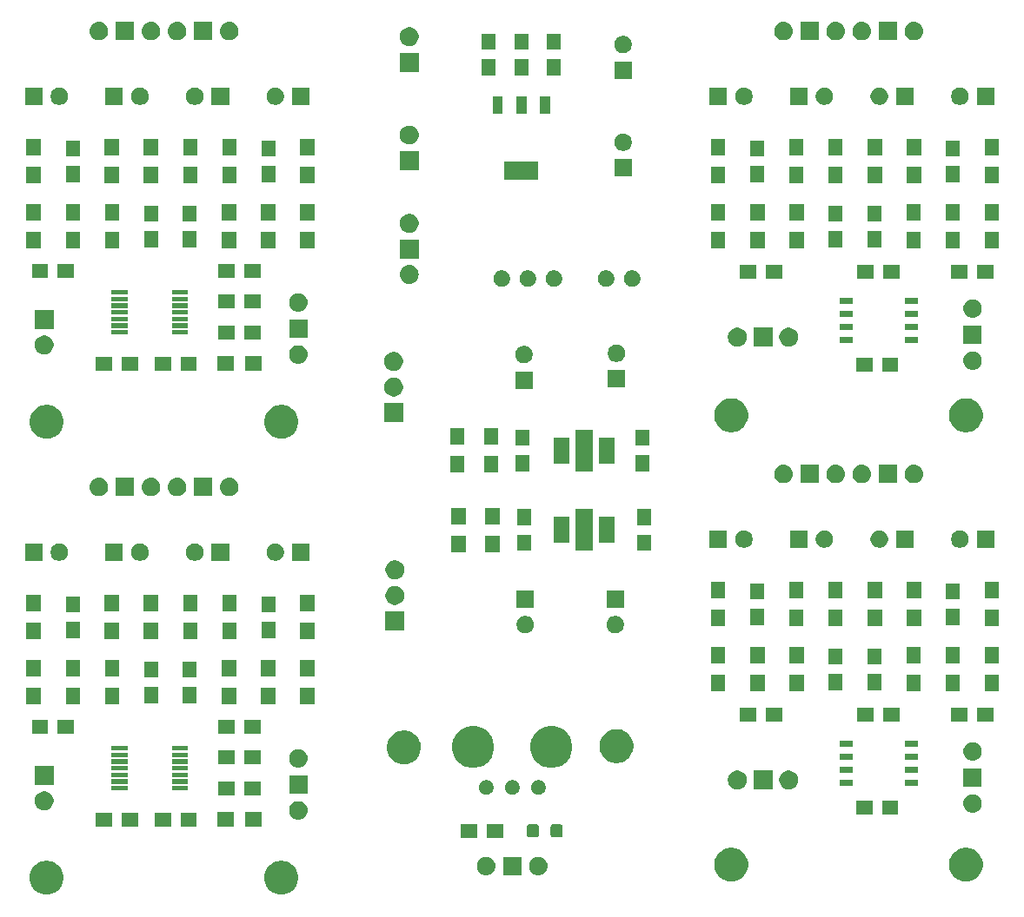
<source format=gbr>
G04 #@! TF.GenerationSoftware,KiCad,Pcbnew,(5.1.4)-1*
G04 #@! TF.CreationDate,2021-02-12T09:42:23+03:00*
G04 #@! TF.ProjectId,combined,636f6d62-696e-4656-942e-6b696361645f,rev?*
G04 #@! TF.SameCoordinates,Original*
G04 #@! TF.FileFunction,Soldermask,Top*
G04 #@! TF.FilePolarity,Negative*
%FSLAX46Y46*%
G04 Gerber Fmt 4.6, Leading zero omitted, Abs format (unit mm)*
G04 Created by KiCad (PCBNEW (5.1.4)-1) date 2021-02-12 09:42:23*
%MOMM*%
%LPD*%
G04 APERTURE LIST*
%ADD10C,0.100000*%
G04 APERTURE END LIST*
D10*
G36*
X61260662Y-144430723D02*
G01*
X61420147Y-144462447D01*
X61720610Y-144586903D01*
X61991019Y-144767585D01*
X62220983Y-144997549D01*
X62401665Y-145267958D01*
X62526121Y-145568421D01*
X62526121Y-145568423D01*
X62578640Y-145832449D01*
X62589568Y-145887391D01*
X62589568Y-146212609D01*
X62526121Y-146531579D01*
X62401665Y-146832042D01*
X62220983Y-147102451D01*
X61991019Y-147332415D01*
X61720610Y-147513097D01*
X61420147Y-147637553D01*
X61260662Y-147669277D01*
X61101179Y-147701000D01*
X60775957Y-147701000D01*
X60616474Y-147669277D01*
X60456989Y-147637553D01*
X60156526Y-147513097D01*
X59886117Y-147332415D01*
X59656153Y-147102451D01*
X59475471Y-146832042D01*
X59351015Y-146531579D01*
X59287568Y-146212609D01*
X59287568Y-145887391D01*
X59298497Y-145832449D01*
X59351015Y-145568423D01*
X59351015Y-145568421D01*
X59475471Y-145267958D01*
X59656153Y-144997549D01*
X59886117Y-144767585D01*
X60156526Y-144586903D01*
X60456989Y-144462447D01*
X60616474Y-144430723D01*
X60775957Y-144399000D01*
X61101179Y-144399000D01*
X61260662Y-144430723D01*
X61260662Y-144430723D01*
G37*
G36*
X38400662Y-144430723D02*
G01*
X38560147Y-144462447D01*
X38860610Y-144586903D01*
X39131019Y-144767585D01*
X39360983Y-144997549D01*
X39541665Y-145267958D01*
X39666121Y-145568421D01*
X39666121Y-145568423D01*
X39718640Y-145832449D01*
X39729568Y-145887391D01*
X39729568Y-146212609D01*
X39666121Y-146531579D01*
X39541665Y-146832042D01*
X39360983Y-147102451D01*
X39131019Y-147332415D01*
X38860610Y-147513097D01*
X38560147Y-147637553D01*
X38400662Y-147669277D01*
X38241179Y-147701000D01*
X37915957Y-147701000D01*
X37756474Y-147669277D01*
X37596989Y-147637553D01*
X37296526Y-147513097D01*
X37026117Y-147332415D01*
X36796153Y-147102451D01*
X36615471Y-146832042D01*
X36491015Y-146531579D01*
X36427568Y-146212609D01*
X36427568Y-145887391D01*
X36438497Y-145832449D01*
X36491015Y-145568423D01*
X36491015Y-145568421D01*
X36615471Y-145267958D01*
X36796153Y-144997549D01*
X37026117Y-144767585D01*
X37296526Y-144586903D01*
X37596989Y-144462447D01*
X37756474Y-144430723D01*
X37915957Y-144399000D01*
X38241179Y-144399000D01*
X38400662Y-144430723D01*
X38400662Y-144430723D01*
G37*
G36*
X105097094Y-143160723D02*
G01*
X105256579Y-143192447D01*
X105557042Y-143316903D01*
X105827451Y-143497585D01*
X106057415Y-143727549D01*
X106238097Y-143997958D01*
X106362553Y-144298421D01*
X106362553Y-144298423D01*
X106426000Y-144617389D01*
X106426000Y-144942611D01*
X106397950Y-145083626D01*
X106362553Y-145261579D01*
X106238097Y-145562042D01*
X106057415Y-145832451D01*
X105827451Y-146062415D01*
X105557042Y-146243097D01*
X105256579Y-146367553D01*
X105097094Y-146399277D01*
X104937611Y-146431000D01*
X104612389Y-146431000D01*
X104452906Y-146399277D01*
X104293421Y-146367553D01*
X103992958Y-146243097D01*
X103722549Y-146062415D01*
X103492585Y-145832451D01*
X103311903Y-145562042D01*
X103187447Y-145261579D01*
X103152050Y-145083626D01*
X103124000Y-144942611D01*
X103124000Y-144617389D01*
X103187447Y-144298423D01*
X103187447Y-144298421D01*
X103311903Y-143997958D01*
X103492585Y-143727549D01*
X103722549Y-143497585D01*
X103992958Y-143316903D01*
X104293421Y-143192447D01*
X104452906Y-143160723D01*
X104612389Y-143129000D01*
X104937611Y-143129000D01*
X105097094Y-143160723D01*
X105097094Y-143160723D01*
G37*
G36*
X127957094Y-143160723D02*
G01*
X128116579Y-143192447D01*
X128417042Y-143316903D01*
X128687451Y-143497585D01*
X128917415Y-143727549D01*
X129098097Y-143997958D01*
X129222553Y-144298421D01*
X129222553Y-144298423D01*
X129286000Y-144617389D01*
X129286000Y-144942611D01*
X129257950Y-145083626D01*
X129222553Y-145261579D01*
X129098097Y-145562042D01*
X128917415Y-145832451D01*
X128687451Y-146062415D01*
X128417042Y-146243097D01*
X128116579Y-146367553D01*
X127957094Y-146399277D01*
X127797611Y-146431000D01*
X127472389Y-146431000D01*
X127312906Y-146399277D01*
X127153421Y-146367553D01*
X126852958Y-146243097D01*
X126582549Y-146062415D01*
X126352585Y-145832451D01*
X126171903Y-145562042D01*
X126047447Y-145261579D01*
X126012050Y-145083626D01*
X125984000Y-144942611D01*
X125984000Y-144617389D01*
X126047447Y-144298423D01*
X126047447Y-144298421D01*
X126171903Y-143997958D01*
X126352585Y-143727549D01*
X126582549Y-143497585D01*
X126852958Y-143316903D01*
X127153421Y-143192447D01*
X127312906Y-143160723D01*
X127472389Y-143129000D01*
X127797611Y-143129000D01*
X127957094Y-143160723D01*
X127957094Y-143160723D01*
G37*
G36*
X86111504Y-144014691D02*
G01*
X86155627Y-144019037D01*
X86325466Y-144070557D01*
X86377641Y-144098445D01*
X86481989Y-144154220D01*
X86619185Y-144266815D01*
X86731780Y-144404011D01*
X86763014Y-144462447D01*
X86815443Y-144560534D01*
X86866963Y-144730373D01*
X86884359Y-144907000D01*
X86866963Y-145083627D01*
X86815443Y-145253466D01*
X86787555Y-145305641D01*
X86731780Y-145409989D01*
X86619185Y-145547185D01*
X86481989Y-145659780D01*
X86377641Y-145715555D01*
X86325466Y-145743443D01*
X86155627Y-145794963D01*
X86111504Y-145799309D01*
X86023260Y-145808000D01*
X85934740Y-145808000D01*
X85846496Y-145799309D01*
X85802373Y-145794963D01*
X85632534Y-145743443D01*
X85580359Y-145715555D01*
X85476011Y-145659780D01*
X85338815Y-145547185D01*
X85226220Y-145409989D01*
X85170445Y-145305641D01*
X85142557Y-145253466D01*
X85091037Y-145083627D01*
X85073641Y-144907000D01*
X85091037Y-144730373D01*
X85142557Y-144560534D01*
X85194986Y-144462447D01*
X85226220Y-144404011D01*
X85338815Y-144266815D01*
X85476011Y-144154220D01*
X85580359Y-144098445D01*
X85632534Y-144070557D01*
X85802373Y-144019037D01*
X85846496Y-144014691D01*
X85934740Y-144006000D01*
X86023260Y-144006000D01*
X86111504Y-144014691D01*
X86111504Y-144014691D01*
G37*
G36*
X84340000Y-145808000D02*
G01*
X82538000Y-145808000D01*
X82538000Y-144006000D01*
X84340000Y-144006000D01*
X84340000Y-145808000D01*
X84340000Y-145808000D01*
G37*
G36*
X81031504Y-144014691D02*
G01*
X81075627Y-144019037D01*
X81245466Y-144070557D01*
X81297641Y-144098445D01*
X81401989Y-144154220D01*
X81539185Y-144266815D01*
X81651780Y-144404011D01*
X81683014Y-144462447D01*
X81735443Y-144560534D01*
X81786963Y-144730373D01*
X81804359Y-144907000D01*
X81786963Y-145083627D01*
X81735443Y-145253466D01*
X81707555Y-145305641D01*
X81651780Y-145409989D01*
X81539185Y-145547185D01*
X81401989Y-145659780D01*
X81297641Y-145715555D01*
X81245466Y-145743443D01*
X81075627Y-145794963D01*
X81031504Y-145799309D01*
X80943260Y-145808000D01*
X80854740Y-145808000D01*
X80766496Y-145799309D01*
X80722373Y-145794963D01*
X80552534Y-145743443D01*
X80500359Y-145715555D01*
X80396011Y-145659780D01*
X80258815Y-145547185D01*
X80146220Y-145409989D01*
X80090445Y-145305641D01*
X80062557Y-145253466D01*
X80011037Y-145083627D01*
X79993641Y-144907000D01*
X80011037Y-144730373D01*
X80062557Y-144560534D01*
X80114986Y-144462447D01*
X80146220Y-144404011D01*
X80258815Y-144266815D01*
X80396011Y-144154220D01*
X80500359Y-144098445D01*
X80552534Y-144070557D01*
X80722373Y-144019037D01*
X80766496Y-144014691D01*
X80854740Y-144006000D01*
X80943260Y-144006000D01*
X81031504Y-144014691D01*
X81031504Y-144014691D01*
G37*
G36*
X80069000Y-142154000D02*
G01*
X78467000Y-142154000D01*
X78467000Y-140802000D01*
X80069000Y-140802000D01*
X80069000Y-142154000D01*
X80069000Y-142154000D01*
G37*
G36*
X82569000Y-142154000D02*
G01*
X80967000Y-142154000D01*
X80967000Y-140802000D01*
X82569000Y-140802000D01*
X82569000Y-142154000D01*
X82569000Y-142154000D01*
G37*
G36*
X85840258Y-140832004D02*
G01*
X85886754Y-140846108D01*
X85929604Y-140869013D01*
X85967163Y-140899837D01*
X85997987Y-140937396D01*
X86020892Y-140980246D01*
X86034996Y-141026742D01*
X86040000Y-141077549D01*
X86040000Y-141878451D01*
X86034996Y-141929258D01*
X86020892Y-141975754D01*
X85997987Y-142018604D01*
X85967163Y-142056163D01*
X85929604Y-142086987D01*
X85886754Y-142109892D01*
X85840258Y-142123996D01*
X85789451Y-142129000D01*
X85138549Y-142129000D01*
X85087742Y-142123996D01*
X85041246Y-142109892D01*
X84998396Y-142086987D01*
X84960837Y-142056163D01*
X84930013Y-142018604D01*
X84907108Y-141975754D01*
X84893004Y-141929258D01*
X84888000Y-141878451D01*
X84888000Y-141077549D01*
X84893004Y-141026742D01*
X84907108Y-140980246D01*
X84930013Y-140937396D01*
X84960837Y-140899837D01*
X84998396Y-140869013D01*
X85041246Y-140846108D01*
X85087742Y-140832004D01*
X85138549Y-140827000D01*
X85789451Y-140827000D01*
X85840258Y-140832004D01*
X85840258Y-140832004D01*
G37*
G36*
X88140258Y-140832004D02*
G01*
X88186754Y-140846108D01*
X88229604Y-140869013D01*
X88267163Y-140899837D01*
X88297987Y-140937396D01*
X88320892Y-140980246D01*
X88334996Y-141026742D01*
X88340000Y-141077549D01*
X88340000Y-141878451D01*
X88334996Y-141929258D01*
X88320892Y-141975754D01*
X88297987Y-142018604D01*
X88267163Y-142056163D01*
X88229604Y-142086987D01*
X88186754Y-142109892D01*
X88140258Y-142123996D01*
X88089451Y-142129000D01*
X87438549Y-142129000D01*
X87387742Y-142123996D01*
X87341246Y-142109892D01*
X87298396Y-142086987D01*
X87260837Y-142056163D01*
X87230013Y-142018604D01*
X87207108Y-141975754D01*
X87193004Y-141929258D01*
X87188000Y-141878451D01*
X87188000Y-141077549D01*
X87193004Y-141026742D01*
X87207108Y-140980246D01*
X87230013Y-140937396D01*
X87260837Y-140899837D01*
X87298396Y-140869013D01*
X87341246Y-140846108D01*
X87387742Y-140832004D01*
X87438549Y-140827000D01*
X88089451Y-140827000D01*
X88140258Y-140832004D01*
X88140258Y-140832004D01*
G37*
G36*
X50224000Y-141044000D02*
G01*
X48622000Y-141044000D01*
X48622000Y-139692000D01*
X50224000Y-139692000D01*
X50224000Y-141044000D01*
X50224000Y-141044000D01*
G37*
G36*
X47009000Y-141044000D02*
G01*
X45407000Y-141044000D01*
X45407000Y-139692000D01*
X47009000Y-139692000D01*
X47009000Y-141044000D01*
X47009000Y-141044000D01*
G37*
G36*
X52724000Y-141044000D02*
G01*
X51122000Y-141044000D01*
X51122000Y-139692000D01*
X52724000Y-139692000D01*
X52724000Y-141044000D01*
X52724000Y-141044000D01*
G37*
G36*
X44509000Y-141044000D02*
G01*
X42907000Y-141044000D01*
X42907000Y-139692000D01*
X44509000Y-139692000D01*
X44509000Y-141044000D01*
X44509000Y-141044000D01*
G37*
G36*
X56347000Y-141039000D02*
G01*
X54745000Y-141039000D01*
X54745000Y-139637000D01*
X56347000Y-139637000D01*
X56347000Y-141039000D01*
X56347000Y-141039000D01*
G37*
G36*
X59047000Y-141039000D02*
G01*
X57445000Y-141039000D01*
X57445000Y-139637000D01*
X59047000Y-139637000D01*
X59047000Y-141039000D01*
X59047000Y-141039000D01*
G37*
G36*
X62743504Y-138590691D02*
G01*
X62787627Y-138595037D01*
X62957466Y-138646557D01*
X62960545Y-138648203D01*
X63113989Y-138730220D01*
X63251185Y-138842815D01*
X63363780Y-138980011D01*
X63372126Y-138995626D01*
X63447443Y-139136534D01*
X63498963Y-139306373D01*
X63516359Y-139483000D01*
X63498963Y-139659627D01*
X63447443Y-139829466D01*
X63447442Y-139829467D01*
X63363780Y-139985989D01*
X63251185Y-140123185D01*
X63113989Y-140235780D01*
X63009641Y-140291555D01*
X62957466Y-140319443D01*
X62787627Y-140370963D01*
X62743504Y-140375309D01*
X62655260Y-140384000D01*
X62566740Y-140384000D01*
X62478496Y-140375309D01*
X62434373Y-140370963D01*
X62264534Y-140319443D01*
X62212359Y-140291555D01*
X62108011Y-140235780D01*
X61970815Y-140123185D01*
X61858220Y-139985989D01*
X61774558Y-139829467D01*
X61774557Y-139829466D01*
X61723037Y-139659627D01*
X61705641Y-139483000D01*
X61723037Y-139306373D01*
X61774557Y-139136534D01*
X61849874Y-138995626D01*
X61858220Y-138980011D01*
X61970815Y-138842815D01*
X62108011Y-138730220D01*
X62261455Y-138648203D01*
X62264534Y-138646557D01*
X62434373Y-138595037D01*
X62478496Y-138590691D01*
X62566740Y-138582000D01*
X62655260Y-138582000D01*
X62743504Y-138590691D01*
X62743504Y-138590691D01*
G37*
G36*
X118550000Y-139868000D02*
G01*
X116948000Y-139868000D01*
X116948000Y-138516000D01*
X118550000Y-138516000D01*
X118550000Y-139868000D01*
X118550000Y-139868000D01*
G37*
G36*
X121050000Y-139868000D02*
G01*
X119448000Y-139868000D01*
X119448000Y-138516000D01*
X121050000Y-138516000D01*
X121050000Y-139868000D01*
X121050000Y-139868000D01*
G37*
G36*
X128402504Y-137918691D02*
G01*
X128446627Y-137923037D01*
X128616466Y-137974557D01*
X128640366Y-137987332D01*
X128772989Y-138058220D01*
X128910185Y-138170815D01*
X129022780Y-138308011D01*
X129078555Y-138412359D01*
X129106443Y-138464534D01*
X129157963Y-138634373D01*
X129175359Y-138811000D01*
X129157963Y-138987627D01*
X129106443Y-139157466D01*
X129106442Y-139157467D01*
X129022780Y-139313989D01*
X128910185Y-139451185D01*
X128772989Y-139563780D01*
X128668641Y-139619555D01*
X128616466Y-139647443D01*
X128446627Y-139698963D01*
X128402504Y-139703309D01*
X128314260Y-139712000D01*
X128225740Y-139712000D01*
X128137496Y-139703309D01*
X128093373Y-139698963D01*
X127923534Y-139647443D01*
X127871359Y-139619555D01*
X127767011Y-139563780D01*
X127629815Y-139451185D01*
X127517220Y-139313989D01*
X127433558Y-139157467D01*
X127433557Y-139157466D01*
X127382037Y-138987627D01*
X127364641Y-138811000D01*
X127382037Y-138634373D01*
X127433557Y-138464534D01*
X127461445Y-138412359D01*
X127517220Y-138308011D01*
X127629815Y-138170815D01*
X127767011Y-138058220D01*
X127899634Y-137987332D01*
X127923534Y-137974557D01*
X128093373Y-137923037D01*
X128137496Y-137918691D01*
X128225740Y-137910000D01*
X128314260Y-137910000D01*
X128402504Y-137918691D01*
X128402504Y-137918691D01*
G37*
G36*
X38116104Y-137666585D02*
G01*
X38284626Y-137736389D01*
X38436291Y-137837728D01*
X38565272Y-137966709D01*
X38666611Y-138118374D01*
X38736415Y-138286896D01*
X38772000Y-138465797D01*
X38772000Y-138648203D01*
X38736415Y-138827104D01*
X38666611Y-138995626D01*
X38565272Y-139147291D01*
X38436291Y-139276272D01*
X38284626Y-139377611D01*
X38116104Y-139447415D01*
X37937203Y-139483000D01*
X37754797Y-139483000D01*
X37575896Y-139447415D01*
X37407374Y-139377611D01*
X37255709Y-139276272D01*
X37126728Y-139147291D01*
X37025389Y-138995626D01*
X36955585Y-138827104D01*
X36920000Y-138648203D01*
X36920000Y-138465797D01*
X36955585Y-138286896D01*
X37025389Y-138118374D01*
X37126728Y-137966709D01*
X37255709Y-137837728D01*
X37407374Y-137736389D01*
X37575896Y-137666585D01*
X37754797Y-137631000D01*
X37937203Y-137631000D01*
X38116104Y-137666585D01*
X38116104Y-137666585D01*
G37*
G36*
X58947000Y-137987332D02*
G01*
X57345000Y-137987332D01*
X57345000Y-136635332D01*
X58947000Y-136635332D01*
X58947000Y-137987332D01*
X58947000Y-137987332D01*
G37*
G36*
X56447000Y-137987332D02*
G01*
X54845000Y-137987332D01*
X54845000Y-136635332D01*
X56447000Y-136635332D01*
X56447000Y-137987332D01*
X56447000Y-137987332D01*
G37*
G36*
X86184639Y-136572092D02*
G01*
X86184642Y-136572093D01*
X86184641Y-136572093D01*
X86312943Y-136625237D01*
X86428411Y-136702391D01*
X86526609Y-136800589D01*
X86603763Y-136916057D01*
X86631491Y-136983000D01*
X86656908Y-137044361D01*
X86684000Y-137180562D01*
X86684000Y-137319438D01*
X86656908Y-137455639D01*
X86656907Y-137455641D01*
X86603763Y-137583943D01*
X86526609Y-137699411D01*
X86428411Y-137797609D01*
X86312943Y-137874763D01*
X86206653Y-137918789D01*
X86184639Y-137927908D01*
X86048438Y-137955000D01*
X85909562Y-137955000D01*
X85773361Y-137927908D01*
X85751347Y-137918789D01*
X85645057Y-137874763D01*
X85529589Y-137797609D01*
X85431391Y-137699411D01*
X85354237Y-137583943D01*
X85301093Y-137455641D01*
X85301092Y-137455639D01*
X85274000Y-137319438D01*
X85274000Y-137180562D01*
X85301092Y-137044361D01*
X85326509Y-136983000D01*
X85354237Y-136916057D01*
X85431391Y-136800589D01*
X85529589Y-136702391D01*
X85645057Y-136625237D01*
X85773359Y-136572093D01*
X85773358Y-136572093D01*
X85773361Y-136572092D01*
X85909562Y-136545000D01*
X86048438Y-136545000D01*
X86184639Y-136572092D01*
X86184639Y-136572092D01*
G37*
G36*
X81104639Y-136572092D02*
G01*
X81104642Y-136572093D01*
X81104641Y-136572093D01*
X81232943Y-136625237D01*
X81348411Y-136702391D01*
X81446609Y-136800589D01*
X81523763Y-136916057D01*
X81551491Y-136983000D01*
X81576908Y-137044361D01*
X81604000Y-137180562D01*
X81604000Y-137319438D01*
X81576908Y-137455639D01*
X81576907Y-137455641D01*
X81523763Y-137583943D01*
X81446609Y-137699411D01*
X81348411Y-137797609D01*
X81232943Y-137874763D01*
X81126653Y-137918789D01*
X81104639Y-137927908D01*
X80968438Y-137955000D01*
X80829562Y-137955000D01*
X80693361Y-137927908D01*
X80671347Y-137918789D01*
X80565057Y-137874763D01*
X80449589Y-137797609D01*
X80351391Y-137699411D01*
X80274237Y-137583943D01*
X80221093Y-137455641D01*
X80221092Y-137455639D01*
X80194000Y-137319438D01*
X80194000Y-137180562D01*
X80221092Y-137044361D01*
X80246509Y-136983000D01*
X80274237Y-136916057D01*
X80351391Y-136800589D01*
X80449589Y-136702391D01*
X80565057Y-136625237D01*
X80693359Y-136572093D01*
X80693358Y-136572093D01*
X80693361Y-136572092D01*
X80829562Y-136545000D01*
X80968438Y-136545000D01*
X81104639Y-136572092D01*
X81104639Y-136572092D01*
G37*
G36*
X83644639Y-136572092D02*
G01*
X83644642Y-136572093D01*
X83644641Y-136572093D01*
X83772943Y-136625237D01*
X83888411Y-136702391D01*
X83986609Y-136800589D01*
X84063763Y-136916057D01*
X84091491Y-136983000D01*
X84116908Y-137044361D01*
X84144000Y-137180562D01*
X84144000Y-137319438D01*
X84116908Y-137455639D01*
X84116907Y-137455641D01*
X84063763Y-137583943D01*
X83986609Y-137699411D01*
X83888411Y-137797609D01*
X83772943Y-137874763D01*
X83666653Y-137918789D01*
X83644639Y-137927908D01*
X83508438Y-137955000D01*
X83369562Y-137955000D01*
X83233361Y-137927908D01*
X83211347Y-137918789D01*
X83105057Y-137874763D01*
X82989589Y-137797609D01*
X82891391Y-137699411D01*
X82814237Y-137583943D01*
X82761093Y-137455641D01*
X82761092Y-137455639D01*
X82734000Y-137319438D01*
X82734000Y-137180562D01*
X82761092Y-137044361D01*
X82786509Y-136983000D01*
X82814237Y-136916057D01*
X82891391Y-136800589D01*
X82989589Y-136702391D01*
X83105057Y-136625237D01*
X83233359Y-136572093D01*
X83233358Y-136572093D01*
X83233361Y-136572092D01*
X83369562Y-136545000D01*
X83508438Y-136545000D01*
X83644639Y-136572092D01*
X83644639Y-136572092D01*
G37*
G36*
X63512000Y-137844000D02*
G01*
X61710000Y-137844000D01*
X61710000Y-136042000D01*
X63512000Y-136042000D01*
X63512000Y-137844000D01*
X63512000Y-137844000D01*
G37*
G36*
X51859000Y-137558000D02*
G01*
X50307000Y-137558000D01*
X50307000Y-137106000D01*
X51859000Y-137106000D01*
X51859000Y-137558000D01*
X51859000Y-137558000D01*
G37*
G36*
X45959000Y-137558000D02*
G01*
X44407000Y-137558000D01*
X44407000Y-137106000D01*
X45959000Y-137106000D01*
X45959000Y-137558000D01*
X45959000Y-137558000D01*
G37*
G36*
X108789000Y-137451000D02*
G01*
X106937000Y-137451000D01*
X106937000Y-135599000D01*
X108789000Y-135599000D01*
X108789000Y-137451000D01*
X108789000Y-137451000D01*
G37*
G36*
X105633104Y-135634585D02*
G01*
X105801626Y-135704389D01*
X105953291Y-135805728D01*
X106082272Y-135934709D01*
X106183611Y-136086374D01*
X106253415Y-136254896D01*
X106289000Y-136433797D01*
X106289000Y-136616203D01*
X106253415Y-136795104D01*
X106183611Y-136963626D01*
X106082272Y-137115291D01*
X105953291Y-137244272D01*
X105801626Y-137345611D01*
X105633104Y-137415415D01*
X105454203Y-137451000D01*
X105271797Y-137451000D01*
X105092896Y-137415415D01*
X104924374Y-137345611D01*
X104772709Y-137244272D01*
X104643728Y-137115291D01*
X104542389Y-136963626D01*
X104472585Y-136795104D01*
X104437000Y-136616203D01*
X104437000Y-136433797D01*
X104472585Y-136254896D01*
X104542389Y-136086374D01*
X104643728Y-135934709D01*
X104772709Y-135805728D01*
X104924374Y-135704389D01*
X105092896Y-135634585D01*
X105271797Y-135599000D01*
X105454203Y-135599000D01*
X105633104Y-135634585D01*
X105633104Y-135634585D01*
G37*
G36*
X110633104Y-135634585D02*
G01*
X110801626Y-135704389D01*
X110953291Y-135805728D01*
X111082272Y-135934709D01*
X111183611Y-136086374D01*
X111253415Y-136254896D01*
X111289000Y-136433797D01*
X111289000Y-136616203D01*
X111253415Y-136795104D01*
X111183611Y-136963626D01*
X111082272Y-137115291D01*
X110953291Y-137244272D01*
X110801626Y-137345611D01*
X110633104Y-137415415D01*
X110454203Y-137451000D01*
X110271797Y-137451000D01*
X110092896Y-137415415D01*
X109924374Y-137345611D01*
X109772709Y-137244272D01*
X109643728Y-137115291D01*
X109542389Y-136963626D01*
X109472585Y-136795104D01*
X109437000Y-136616203D01*
X109437000Y-136433797D01*
X109472585Y-136254896D01*
X109542389Y-136086374D01*
X109643728Y-135934709D01*
X109772709Y-135805728D01*
X109924374Y-135704389D01*
X110092896Y-135634585D01*
X110271797Y-135599000D01*
X110454203Y-135599000D01*
X110633104Y-135634585D01*
X110633104Y-135634585D01*
G37*
G36*
X129171000Y-137172000D02*
G01*
X127369000Y-137172000D01*
X127369000Y-135370000D01*
X129171000Y-135370000D01*
X129171000Y-137172000D01*
X129171000Y-137172000D01*
G37*
G36*
X122923500Y-137084000D02*
G01*
X121678500Y-137084000D01*
X121678500Y-136474000D01*
X122923500Y-136474000D01*
X122923500Y-137084000D01*
X122923500Y-137084000D01*
G37*
G36*
X116573500Y-137084000D02*
G01*
X115328500Y-137084000D01*
X115328500Y-136474000D01*
X116573500Y-136474000D01*
X116573500Y-137084000D01*
X116573500Y-137084000D01*
G37*
G36*
X38772000Y-136983000D02*
G01*
X36920000Y-136983000D01*
X36920000Y-135131000D01*
X38772000Y-135131000D01*
X38772000Y-136983000D01*
X38772000Y-136983000D01*
G37*
G36*
X51859000Y-136908000D02*
G01*
X50307000Y-136908000D01*
X50307000Y-136456000D01*
X51859000Y-136456000D01*
X51859000Y-136908000D01*
X51859000Y-136908000D01*
G37*
G36*
X45959000Y-136908000D02*
G01*
X44407000Y-136908000D01*
X44407000Y-136456000D01*
X45959000Y-136456000D01*
X45959000Y-136908000D01*
X45959000Y-136908000D01*
G37*
G36*
X45959000Y-136258000D02*
G01*
X44407000Y-136258000D01*
X44407000Y-135806000D01*
X45959000Y-135806000D01*
X45959000Y-136258000D01*
X45959000Y-136258000D01*
G37*
G36*
X51859000Y-136258000D02*
G01*
X50307000Y-136258000D01*
X50307000Y-135806000D01*
X51859000Y-135806000D01*
X51859000Y-136258000D01*
X51859000Y-136258000D01*
G37*
G36*
X122923500Y-135814000D02*
G01*
X121678500Y-135814000D01*
X121678500Y-135204000D01*
X122923500Y-135204000D01*
X122923500Y-135814000D01*
X122923500Y-135814000D01*
G37*
G36*
X116573500Y-135814000D02*
G01*
X115328500Y-135814000D01*
X115328500Y-135204000D01*
X116573500Y-135204000D01*
X116573500Y-135814000D01*
X116573500Y-135814000D01*
G37*
G36*
X45959000Y-135608000D02*
G01*
X44407000Y-135608000D01*
X44407000Y-135156000D01*
X45959000Y-135156000D01*
X45959000Y-135608000D01*
X45959000Y-135608000D01*
G37*
G36*
X51859000Y-135608000D02*
G01*
X50307000Y-135608000D01*
X50307000Y-135156000D01*
X51859000Y-135156000D01*
X51859000Y-135608000D01*
X51859000Y-135608000D01*
G37*
G36*
X87847253Y-131327818D02*
G01*
X87847256Y-131327819D01*
X87847255Y-131327819D01*
X88220513Y-131482427D01*
X88556436Y-131706884D01*
X88842116Y-131992564D01*
X89066573Y-132328487D01*
X89194655Y-132637705D01*
X89221182Y-132701747D01*
X89300000Y-133097993D01*
X89300000Y-133502007D01*
X89221182Y-133898253D01*
X89217299Y-133907627D01*
X89066573Y-134271513D01*
X88924742Y-134483778D01*
X88842117Y-134607435D01*
X88556435Y-134893117D01*
X88489931Y-134937553D01*
X88220513Y-135117573D01*
X87926294Y-135239442D01*
X87847253Y-135272182D01*
X87451007Y-135351000D01*
X87046993Y-135351000D01*
X86650747Y-135272182D01*
X86571706Y-135239442D01*
X86277487Y-135117573D01*
X86008069Y-134937553D01*
X85941565Y-134893117D01*
X85655883Y-134607435D01*
X85573258Y-134483778D01*
X85431427Y-134271513D01*
X85280701Y-133907627D01*
X85276818Y-133898253D01*
X85198000Y-133502007D01*
X85198000Y-133097993D01*
X85276818Y-132701747D01*
X85303345Y-132637705D01*
X85431427Y-132328487D01*
X85655884Y-131992564D01*
X85941564Y-131706884D01*
X86277487Y-131482427D01*
X86650745Y-131327819D01*
X86650744Y-131327819D01*
X86650747Y-131327818D01*
X87046993Y-131249000D01*
X87451007Y-131249000D01*
X87847253Y-131327818D01*
X87847253Y-131327818D01*
G37*
G36*
X80227253Y-131327818D02*
G01*
X80227256Y-131327819D01*
X80227255Y-131327819D01*
X80600513Y-131482427D01*
X80936436Y-131706884D01*
X81222116Y-131992564D01*
X81446573Y-132328487D01*
X81574655Y-132637705D01*
X81601182Y-132701747D01*
X81680000Y-133097993D01*
X81680000Y-133502007D01*
X81601182Y-133898253D01*
X81597299Y-133907627D01*
X81446573Y-134271513D01*
X81304742Y-134483778D01*
X81222117Y-134607435D01*
X80936435Y-134893117D01*
X80869931Y-134937553D01*
X80600513Y-135117573D01*
X80306294Y-135239442D01*
X80227253Y-135272182D01*
X79831007Y-135351000D01*
X79426993Y-135351000D01*
X79030747Y-135272182D01*
X78951706Y-135239442D01*
X78657487Y-135117573D01*
X78388069Y-134937553D01*
X78321565Y-134893117D01*
X78035883Y-134607435D01*
X77953258Y-134483778D01*
X77811427Y-134271513D01*
X77660701Y-133907627D01*
X77656818Y-133898253D01*
X77578000Y-133502007D01*
X77578000Y-133097993D01*
X77656818Y-132701747D01*
X77683345Y-132637705D01*
X77811427Y-132328487D01*
X78035884Y-131992564D01*
X78321564Y-131706884D01*
X78657487Y-131482427D01*
X79030745Y-131327819D01*
X79030744Y-131327819D01*
X79030747Y-131327818D01*
X79426993Y-131249000D01*
X79831007Y-131249000D01*
X80227253Y-131327818D01*
X80227253Y-131327818D01*
G37*
G36*
X62743504Y-133510691D02*
G01*
X62787627Y-133515037D01*
X62957466Y-133566557D01*
X63009641Y-133594445D01*
X63113989Y-133650220D01*
X63251185Y-133762815D01*
X63363780Y-133900011D01*
X63381947Y-133934000D01*
X63447443Y-134056534D01*
X63498963Y-134226373D01*
X63516359Y-134403000D01*
X63498963Y-134579627D01*
X63447443Y-134749466D01*
X63447442Y-134749467D01*
X63363780Y-134905989D01*
X63251185Y-135043185D01*
X63113989Y-135155780D01*
X63023775Y-135204000D01*
X62957466Y-135239443D01*
X62787627Y-135290963D01*
X62743504Y-135295309D01*
X62655260Y-135304000D01*
X62566740Y-135304000D01*
X62478496Y-135295309D01*
X62434373Y-135290963D01*
X62264534Y-135239443D01*
X62198225Y-135204000D01*
X62108011Y-135155780D01*
X61970815Y-135043185D01*
X61858220Y-134905989D01*
X61774558Y-134749467D01*
X61774557Y-134749466D01*
X61723037Y-134579627D01*
X61705641Y-134403000D01*
X61723037Y-134226373D01*
X61774557Y-134056534D01*
X61840053Y-133934000D01*
X61858220Y-133900011D01*
X61970815Y-133762815D01*
X62108011Y-133650220D01*
X62212359Y-133594445D01*
X62264534Y-133566557D01*
X62434373Y-133515037D01*
X62478496Y-133510691D01*
X62566740Y-133502000D01*
X62655260Y-133502000D01*
X62743504Y-133510691D01*
X62743504Y-133510691D01*
G37*
G36*
X73220094Y-131730724D02*
G01*
X73379579Y-131762447D01*
X73680042Y-131886903D01*
X73950451Y-132067585D01*
X74180415Y-132297549D01*
X74361097Y-132567958D01*
X74485553Y-132868421D01*
X74490752Y-132894558D01*
X74549000Y-133187389D01*
X74549000Y-133512611D01*
X74538269Y-133566557D01*
X74485553Y-133831579D01*
X74361097Y-134132042D01*
X74180415Y-134402451D01*
X73950451Y-134632415D01*
X73680042Y-134813097D01*
X73379579Y-134937553D01*
X73220094Y-134969277D01*
X73060611Y-135001000D01*
X72735389Y-135001000D01*
X72575906Y-134969277D01*
X72416421Y-134937553D01*
X72115958Y-134813097D01*
X71845549Y-134632415D01*
X71615585Y-134402451D01*
X71434903Y-134132042D01*
X71310447Y-133831579D01*
X71257731Y-133566557D01*
X71247000Y-133512611D01*
X71247000Y-133187389D01*
X71305248Y-132894558D01*
X71310447Y-132868421D01*
X71434903Y-132567958D01*
X71615585Y-132297549D01*
X71845549Y-132067585D01*
X72115958Y-131886903D01*
X72416421Y-131762447D01*
X72575906Y-131730724D01*
X72735389Y-131699000D01*
X73060611Y-131699000D01*
X73220094Y-131730724D01*
X73220094Y-131730724D01*
G37*
G36*
X58947000Y-134990666D02*
G01*
X57345000Y-134990666D01*
X57345000Y-133638666D01*
X58947000Y-133638666D01*
X58947000Y-134990666D01*
X58947000Y-134990666D01*
G37*
G36*
X56447000Y-134990666D02*
G01*
X54845000Y-134990666D01*
X54845000Y-133638666D01*
X56447000Y-133638666D01*
X56447000Y-134990666D01*
X56447000Y-134990666D01*
G37*
G36*
X51859000Y-134958000D02*
G01*
X50307000Y-134958000D01*
X50307000Y-134506000D01*
X51859000Y-134506000D01*
X51859000Y-134958000D01*
X51859000Y-134958000D01*
G37*
G36*
X45959000Y-134958000D02*
G01*
X44407000Y-134958000D01*
X44407000Y-134506000D01*
X45959000Y-134506000D01*
X45959000Y-134958000D01*
X45959000Y-134958000D01*
G37*
G36*
X93921094Y-131603723D02*
G01*
X94080579Y-131635447D01*
X94381042Y-131759903D01*
X94651451Y-131940585D01*
X94881415Y-132170549D01*
X95062097Y-132440958D01*
X95186553Y-132741421D01*
X95186553Y-132741423D01*
X95250000Y-133060389D01*
X95250000Y-133385611D01*
X95226847Y-133502006D01*
X95186553Y-133704579D01*
X95062097Y-134005042D01*
X94881415Y-134275451D01*
X94651451Y-134505415D01*
X94381042Y-134686097D01*
X94080579Y-134810553D01*
X93921094Y-134842276D01*
X93761611Y-134874000D01*
X93436389Y-134874000D01*
X93276906Y-134842276D01*
X93117421Y-134810553D01*
X92816958Y-134686097D01*
X92546549Y-134505415D01*
X92316585Y-134275451D01*
X92135903Y-134005042D01*
X92011447Y-133704579D01*
X91971153Y-133502006D01*
X91948000Y-133385611D01*
X91948000Y-133060389D01*
X92011447Y-132741423D01*
X92011447Y-132741421D01*
X92135903Y-132440958D01*
X92316585Y-132170549D01*
X92546549Y-131940585D01*
X92816958Y-131759903D01*
X93117421Y-131635447D01*
X93276906Y-131603723D01*
X93436389Y-131572000D01*
X93761611Y-131572000D01*
X93921094Y-131603723D01*
X93921094Y-131603723D01*
G37*
G36*
X128402504Y-132838691D02*
G01*
X128446627Y-132843037D01*
X128616466Y-132894557D01*
X128668641Y-132922445D01*
X128772989Y-132978220D01*
X128910185Y-133090815D01*
X129022780Y-133228011D01*
X129047361Y-133274000D01*
X129106443Y-133384534D01*
X129157963Y-133554373D01*
X129175359Y-133731000D01*
X129157963Y-133907627D01*
X129106443Y-134077466D01*
X129106442Y-134077467D01*
X129022780Y-134233989D01*
X128910185Y-134371185D01*
X128772989Y-134483780D01*
X128668641Y-134539555D01*
X128616466Y-134567443D01*
X128446627Y-134618963D01*
X128402504Y-134623309D01*
X128314260Y-134632000D01*
X128225740Y-134632000D01*
X128137496Y-134623309D01*
X128093373Y-134618963D01*
X127923534Y-134567443D01*
X127871359Y-134539555D01*
X127767011Y-134483780D01*
X127629815Y-134371185D01*
X127517220Y-134233989D01*
X127433558Y-134077467D01*
X127433557Y-134077466D01*
X127382037Y-133907627D01*
X127364641Y-133731000D01*
X127382037Y-133554373D01*
X127433557Y-133384534D01*
X127492639Y-133274000D01*
X127517220Y-133228011D01*
X127629815Y-133090815D01*
X127767011Y-132978220D01*
X127871359Y-132922445D01*
X127923534Y-132894557D01*
X128093373Y-132843037D01*
X128137496Y-132838691D01*
X128225740Y-132830000D01*
X128314260Y-132830000D01*
X128402504Y-132838691D01*
X128402504Y-132838691D01*
G37*
G36*
X122923500Y-134544000D02*
G01*
X121678500Y-134544000D01*
X121678500Y-133934000D01*
X122923500Y-133934000D01*
X122923500Y-134544000D01*
X122923500Y-134544000D01*
G37*
G36*
X116573500Y-134544000D02*
G01*
X115328500Y-134544000D01*
X115328500Y-133934000D01*
X116573500Y-133934000D01*
X116573500Y-134544000D01*
X116573500Y-134544000D01*
G37*
G36*
X51859000Y-134308000D02*
G01*
X50307000Y-134308000D01*
X50307000Y-133856000D01*
X51859000Y-133856000D01*
X51859000Y-134308000D01*
X51859000Y-134308000D01*
G37*
G36*
X45959000Y-134283000D02*
G01*
X44407000Y-134283000D01*
X44407000Y-133881000D01*
X45959000Y-133881000D01*
X45959000Y-134283000D01*
X45959000Y-134283000D01*
G37*
G36*
X51859000Y-133658000D02*
G01*
X50307000Y-133658000D01*
X50307000Y-133206000D01*
X51859000Y-133206000D01*
X51859000Y-133658000D01*
X51859000Y-133658000D01*
G37*
G36*
X45959000Y-133658000D02*
G01*
X44407000Y-133658000D01*
X44407000Y-133206000D01*
X45959000Y-133206000D01*
X45959000Y-133658000D01*
X45959000Y-133658000D01*
G37*
G36*
X122923500Y-133274000D02*
G01*
X121678500Y-133274000D01*
X121678500Y-132664000D01*
X122923500Y-132664000D01*
X122923500Y-133274000D01*
X122923500Y-133274000D01*
G37*
G36*
X116573500Y-133274000D02*
G01*
X115328500Y-133274000D01*
X115328500Y-132664000D01*
X116573500Y-132664000D01*
X116573500Y-133274000D01*
X116573500Y-133274000D01*
G37*
G36*
X58947000Y-131994000D02*
G01*
X57345000Y-131994000D01*
X57345000Y-130642000D01*
X58947000Y-130642000D01*
X58947000Y-131994000D01*
X58947000Y-131994000D01*
G37*
G36*
X38249214Y-131994000D02*
G01*
X36647214Y-131994000D01*
X36647214Y-130642000D01*
X38249214Y-130642000D01*
X38249214Y-131994000D01*
X38249214Y-131994000D01*
G37*
G36*
X56447000Y-131994000D02*
G01*
X54845000Y-131994000D01*
X54845000Y-130642000D01*
X56447000Y-130642000D01*
X56447000Y-131994000D01*
X56447000Y-131994000D01*
G37*
G36*
X40749214Y-131994000D02*
G01*
X39147214Y-131994000D01*
X39147214Y-130642000D01*
X40749214Y-130642000D01*
X40749214Y-131994000D01*
X40749214Y-131994000D01*
G37*
G36*
X118677000Y-130851000D02*
G01*
X117075000Y-130851000D01*
X117075000Y-129499000D01*
X118677000Y-129499000D01*
X118677000Y-130851000D01*
X118677000Y-130851000D01*
G37*
G36*
X121177000Y-130851000D02*
G01*
X119575000Y-130851000D01*
X119575000Y-129499000D01*
X121177000Y-129499000D01*
X121177000Y-130851000D01*
X121177000Y-130851000D01*
G37*
G36*
X130321000Y-130851000D02*
G01*
X128719000Y-130851000D01*
X128719000Y-129499000D01*
X130321000Y-129499000D01*
X130321000Y-130851000D01*
X130321000Y-130851000D01*
G37*
G36*
X109747000Y-130851000D02*
G01*
X108145000Y-130851000D01*
X108145000Y-129499000D01*
X109747000Y-129499000D01*
X109747000Y-130851000D01*
X109747000Y-130851000D01*
G37*
G36*
X127821000Y-130851000D02*
G01*
X126219000Y-130851000D01*
X126219000Y-129499000D01*
X127821000Y-129499000D01*
X127821000Y-130851000D01*
X127821000Y-130851000D01*
G37*
G36*
X107247000Y-130851000D02*
G01*
X105645000Y-130851000D01*
X105645000Y-129499000D01*
X107247000Y-129499000D01*
X107247000Y-130851000D01*
X107247000Y-130851000D01*
G37*
G36*
X45185284Y-129151000D02*
G01*
X43783284Y-129151000D01*
X43783284Y-127549000D01*
X45185284Y-127549000D01*
X45185284Y-129151000D01*
X45185284Y-129151000D01*
G37*
G36*
X41358142Y-129151000D02*
G01*
X39956142Y-129151000D01*
X39956142Y-127549000D01*
X41358142Y-127549000D01*
X41358142Y-129151000D01*
X41358142Y-129151000D01*
G37*
G36*
X64201000Y-129151000D02*
G01*
X62799000Y-129151000D01*
X62799000Y-127549000D01*
X64201000Y-127549000D01*
X64201000Y-129151000D01*
X64201000Y-129151000D01*
G37*
G36*
X56546710Y-129151000D02*
G01*
X55144710Y-129151000D01*
X55144710Y-127549000D01*
X56546710Y-127549000D01*
X56546710Y-129151000D01*
X56546710Y-129151000D01*
G37*
G36*
X60373852Y-129151000D02*
G01*
X58971852Y-129151000D01*
X58971852Y-127549000D01*
X60373852Y-127549000D01*
X60373852Y-129151000D01*
X60373852Y-129151000D01*
G37*
G36*
X37531000Y-129151000D02*
G01*
X36129000Y-129151000D01*
X36129000Y-127549000D01*
X37531000Y-127549000D01*
X37531000Y-129151000D01*
X37531000Y-129151000D01*
G37*
G36*
X52724568Y-129051000D02*
G01*
X51372568Y-129051000D01*
X51372568Y-127449000D01*
X52724568Y-127449000D01*
X52724568Y-129051000D01*
X52724568Y-129051000D01*
G37*
G36*
X48957426Y-129051000D02*
G01*
X47605426Y-129051000D01*
X47605426Y-127449000D01*
X48957426Y-127449000D01*
X48957426Y-129051000D01*
X48957426Y-129051000D01*
G37*
G36*
X108033142Y-127881000D02*
G01*
X106631142Y-127881000D01*
X106631142Y-126279000D01*
X108033142Y-126279000D01*
X108033142Y-127881000D01*
X108033142Y-127881000D01*
G37*
G36*
X127048852Y-127881000D02*
G01*
X125646852Y-127881000D01*
X125646852Y-126279000D01*
X127048852Y-126279000D01*
X127048852Y-127881000D01*
X127048852Y-127881000D01*
G37*
G36*
X123221710Y-127881000D02*
G01*
X121819710Y-127881000D01*
X121819710Y-126279000D01*
X123221710Y-126279000D01*
X123221710Y-127881000D01*
X123221710Y-127881000D01*
G37*
G36*
X130876000Y-127881000D02*
G01*
X129474000Y-127881000D01*
X129474000Y-126279000D01*
X130876000Y-126279000D01*
X130876000Y-127881000D01*
X130876000Y-127881000D01*
G37*
G36*
X111860284Y-127881000D02*
G01*
X110458284Y-127881000D01*
X110458284Y-126279000D01*
X111860284Y-126279000D01*
X111860284Y-127881000D01*
X111860284Y-127881000D01*
G37*
G36*
X104206000Y-127881000D02*
G01*
X102804000Y-127881000D01*
X102804000Y-126279000D01*
X104206000Y-126279000D01*
X104206000Y-127881000D01*
X104206000Y-127881000D01*
G37*
G36*
X115632426Y-127781000D02*
G01*
X114280426Y-127781000D01*
X114280426Y-126179000D01*
X115632426Y-126179000D01*
X115632426Y-127781000D01*
X115632426Y-127781000D01*
G37*
G36*
X119399568Y-127781000D02*
G01*
X118047568Y-127781000D01*
X118047568Y-126179000D01*
X119399568Y-126179000D01*
X119399568Y-127781000D01*
X119399568Y-127781000D01*
G37*
G36*
X48957426Y-126551000D02*
G01*
X47605426Y-126551000D01*
X47605426Y-124949000D01*
X48957426Y-124949000D01*
X48957426Y-126551000D01*
X48957426Y-126551000D01*
G37*
G36*
X52724568Y-126551000D02*
G01*
X51372568Y-126551000D01*
X51372568Y-124949000D01*
X52724568Y-124949000D01*
X52724568Y-126551000D01*
X52724568Y-126551000D01*
G37*
G36*
X45185284Y-126451000D02*
G01*
X43783284Y-126451000D01*
X43783284Y-124849000D01*
X45185284Y-124849000D01*
X45185284Y-126451000D01*
X45185284Y-126451000D01*
G37*
G36*
X64201000Y-126451000D02*
G01*
X62799000Y-126451000D01*
X62799000Y-124849000D01*
X64201000Y-124849000D01*
X64201000Y-126451000D01*
X64201000Y-126451000D01*
G37*
G36*
X60373852Y-126451000D02*
G01*
X58971852Y-126451000D01*
X58971852Y-124849000D01*
X60373852Y-124849000D01*
X60373852Y-126451000D01*
X60373852Y-126451000D01*
G37*
G36*
X56546710Y-126451000D02*
G01*
X55144710Y-126451000D01*
X55144710Y-124849000D01*
X56546710Y-124849000D01*
X56546710Y-126451000D01*
X56546710Y-126451000D01*
G37*
G36*
X41358142Y-126451000D02*
G01*
X39956142Y-126451000D01*
X39956142Y-124849000D01*
X41358142Y-124849000D01*
X41358142Y-126451000D01*
X41358142Y-126451000D01*
G37*
G36*
X37531000Y-126451000D02*
G01*
X36129000Y-126451000D01*
X36129000Y-124849000D01*
X37531000Y-124849000D01*
X37531000Y-126451000D01*
X37531000Y-126451000D01*
G37*
G36*
X119399568Y-125281000D02*
G01*
X118047568Y-125281000D01*
X118047568Y-123679000D01*
X119399568Y-123679000D01*
X119399568Y-125281000D01*
X119399568Y-125281000D01*
G37*
G36*
X115632426Y-125281000D02*
G01*
X114280426Y-125281000D01*
X114280426Y-123679000D01*
X115632426Y-123679000D01*
X115632426Y-125281000D01*
X115632426Y-125281000D01*
G37*
G36*
X130876000Y-125181000D02*
G01*
X129474000Y-125181000D01*
X129474000Y-123579000D01*
X130876000Y-123579000D01*
X130876000Y-125181000D01*
X130876000Y-125181000D01*
G37*
G36*
X127048852Y-125181000D02*
G01*
X125646852Y-125181000D01*
X125646852Y-123579000D01*
X127048852Y-123579000D01*
X127048852Y-125181000D01*
X127048852Y-125181000D01*
G37*
G36*
X123221710Y-125181000D02*
G01*
X121819710Y-125181000D01*
X121819710Y-123579000D01*
X123221710Y-123579000D01*
X123221710Y-125181000D01*
X123221710Y-125181000D01*
G37*
G36*
X111860284Y-125181000D02*
G01*
X110458284Y-125181000D01*
X110458284Y-123579000D01*
X111860284Y-123579000D01*
X111860284Y-125181000D01*
X111860284Y-125181000D01*
G37*
G36*
X104206000Y-125181000D02*
G01*
X102804000Y-125181000D01*
X102804000Y-123579000D01*
X104206000Y-123579000D01*
X104206000Y-125181000D01*
X104206000Y-125181000D01*
G37*
G36*
X108033142Y-125181000D02*
G01*
X106631142Y-125181000D01*
X106631142Y-123579000D01*
X108033142Y-123579000D01*
X108033142Y-125181000D01*
X108033142Y-125181000D01*
G37*
G36*
X45125284Y-122801000D02*
G01*
X43723284Y-122801000D01*
X43723284Y-121199000D01*
X45125284Y-121199000D01*
X45125284Y-122801000D01*
X45125284Y-122801000D01*
G37*
G36*
X56606710Y-122801000D02*
G01*
X55204710Y-122801000D01*
X55204710Y-121199000D01*
X56606710Y-121199000D01*
X56606710Y-122801000D01*
X56606710Y-122801000D01*
G37*
G36*
X52779568Y-122801000D02*
G01*
X51377568Y-122801000D01*
X51377568Y-121199000D01*
X52779568Y-121199000D01*
X52779568Y-122801000D01*
X52779568Y-122801000D01*
G37*
G36*
X37531000Y-122801000D02*
G01*
X36129000Y-122801000D01*
X36129000Y-121199000D01*
X37531000Y-121199000D01*
X37531000Y-122801000D01*
X37531000Y-122801000D01*
G37*
G36*
X48952426Y-122801000D02*
G01*
X47550426Y-122801000D01*
X47550426Y-121199000D01*
X48952426Y-121199000D01*
X48952426Y-122801000D01*
X48952426Y-122801000D01*
G37*
G36*
X64201000Y-122801000D02*
G01*
X62799000Y-122801000D01*
X62799000Y-121199000D01*
X64201000Y-121199000D01*
X64201000Y-122801000D01*
X64201000Y-122801000D01*
G37*
G36*
X41303142Y-122701000D02*
G01*
X39951142Y-122701000D01*
X39951142Y-121099000D01*
X41303142Y-121099000D01*
X41303142Y-122701000D01*
X41303142Y-122701000D01*
G37*
G36*
X60378852Y-122701000D02*
G01*
X59026852Y-122701000D01*
X59026852Y-121099000D01*
X60378852Y-121099000D01*
X60378852Y-122701000D01*
X60378852Y-122701000D01*
G37*
G36*
X93720226Y-120553702D02*
G01*
X93720229Y-120553703D01*
X93720228Y-120553703D01*
X93875100Y-120617853D01*
X94014481Y-120710985D01*
X94133015Y-120829519D01*
X94226147Y-120968900D01*
X94279291Y-121097202D01*
X94290298Y-121123774D01*
X94323000Y-121288182D01*
X94323000Y-121455818D01*
X94290298Y-121620226D01*
X94290297Y-121620228D01*
X94226147Y-121775100D01*
X94133015Y-121914481D01*
X94014481Y-122033015D01*
X93875100Y-122126147D01*
X93746798Y-122179291D01*
X93720226Y-122190298D01*
X93555818Y-122223000D01*
X93388182Y-122223000D01*
X93223774Y-122190298D01*
X93197202Y-122179291D01*
X93068900Y-122126147D01*
X92929519Y-122033015D01*
X92810985Y-121914481D01*
X92717853Y-121775100D01*
X92653703Y-121620228D01*
X92653702Y-121620226D01*
X92621000Y-121455818D01*
X92621000Y-121288182D01*
X92653702Y-121123774D01*
X92664709Y-121097202D01*
X92717853Y-120968900D01*
X92810985Y-120829519D01*
X92929519Y-120710985D01*
X93068900Y-120617853D01*
X93223772Y-120553703D01*
X93223771Y-120553703D01*
X93223774Y-120553702D01*
X93388182Y-120521000D01*
X93555818Y-120521000D01*
X93720226Y-120553702D01*
X93720226Y-120553702D01*
G37*
G36*
X84957226Y-120553702D02*
G01*
X84957229Y-120553703D01*
X84957228Y-120553703D01*
X85112100Y-120617853D01*
X85251481Y-120710985D01*
X85370015Y-120829519D01*
X85463147Y-120968900D01*
X85516291Y-121097202D01*
X85527298Y-121123774D01*
X85560000Y-121288182D01*
X85560000Y-121455818D01*
X85527298Y-121620226D01*
X85527297Y-121620228D01*
X85463147Y-121775100D01*
X85370015Y-121914481D01*
X85251481Y-122033015D01*
X85112100Y-122126147D01*
X84983798Y-122179291D01*
X84957226Y-122190298D01*
X84792818Y-122223000D01*
X84625182Y-122223000D01*
X84460774Y-122190298D01*
X84434202Y-122179291D01*
X84305900Y-122126147D01*
X84166519Y-122033015D01*
X84047985Y-121914481D01*
X83954853Y-121775100D01*
X83890703Y-121620228D01*
X83890702Y-121620226D01*
X83858000Y-121455818D01*
X83858000Y-121288182D01*
X83890702Y-121123774D01*
X83901709Y-121097202D01*
X83954853Y-120968900D01*
X84047985Y-120829519D01*
X84166519Y-120710985D01*
X84305900Y-120617853D01*
X84460772Y-120553703D01*
X84460771Y-120553703D01*
X84460774Y-120553702D01*
X84625182Y-120521000D01*
X84792818Y-120521000D01*
X84957226Y-120553702D01*
X84957226Y-120553702D01*
G37*
G36*
X72935000Y-121957000D02*
G01*
X71083000Y-121957000D01*
X71083000Y-120105000D01*
X72935000Y-120105000D01*
X72935000Y-121957000D01*
X72935000Y-121957000D01*
G37*
G36*
X104206000Y-121531000D02*
G01*
X102804000Y-121531000D01*
X102804000Y-119929000D01*
X104206000Y-119929000D01*
X104206000Y-121531000D01*
X104206000Y-121531000D01*
G37*
G36*
X115627426Y-121531000D02*
G01*
X114225426Y-121531000D01*
X114225426Y-119929000D01*
X115627426Y-119929000D01*
X115627426Y-121531000D01*
X115627426Y-121531000D01*
G37*
G36*
X123281710Y-121531000D02*
G01*
X121879710Y-121531000D01*
X121879710Y-119929000D01*
X123281710Y-119929000D01*
X123281710Y-121531000D01*
X123281710Y-121531000D01*
G37*
G36*
X130876000Y-121531000D02*
G01*
X129474000Y-121531000D01*
X129474000Y-119929000D01*
X130876000Y-119929000D01*
X130876000Y-121531000D01*
X130876000Y-121531000D01*
G37*
G36*
X111800284Y-121531000D02*
G01*
X110398284Y-121531000D01*
X110398284Y-119929000D01*
X111800284Y-119929000D01*
X111800284Y-121531000D01*
X111800284Y-121531000D01*
G37*
G36*
X119454568Y-121531000D02*
G01*
X118052568Y-121531000D01*
X118052568Y-119929000D01*
X119454568Y-119929000D01*
X119454568Y-121531000D01*
X119454568Y-121531000D01*
G37*
G36*
X127053852Y-121431000D02*
G01*
X125701852Y-121431000D01*
X125701852Y-119829000D01*
X127053852Y-119829000D01*
X127053852Y-121431000D01*
X127053852Y-121431000D01*
G37*
G36*
X107978142Y-121431000D02*
G01*
X106626142Y-121431000D01*
X106626142Y-119829000D01*
X107978142Y-119829000D01*
X107978142Y-121431000D01*
X107978142Y-121431000D01*
G37*
G36*
X60378852Y-120201000D02*
G01*
X59026852Y-120201000D01*
X59026852Y-118599000D01*
X60378852Y-118599000D01*
X60378852Y-120201000D01*
X60378852Y-120201000D01*
G37*
G36*
X41303142Y-120201000D02*
G01*
X39951142Y-120201000D01*
X39951142Y-118599000D01*
X41303142Y-118599000D01*
X41303142Y-120201000D01*
X41303142Y-120201000D01*
G37*
G36*
X48952426Y-120101000D02*
G01*
X47550426Y-120101000D01*
X47550426Y-118499000D01*
X48952426Y-118499000D01*
X48952426Y-120101000D01*
X48952426Y-120101000D01*
G37*
G36*
X64201000Y-120101000D02*
G01*
X62799000Y-120101000D01*
X62799000Y-118499000D01*
X64201000Y-118499000D01*
X64201000Y-120101000D01*
X64201000Y-120101000D01*
G37*
G36*
X37531000Y-120101000D02*
G01*
X36129000Y-120101000D01*
X36129000Y-118499000D01*
X37531000Y-118499000D01*
X37531000Y-120101000D01*
X37531000Y-120101000D01*
G37*
G36*
X52779568Y-120101000D02*
G01*
X51377568Y-120101000D01*
X51377568Y-118499000D01*
X52779568Y-118499000D01*
X52779568Y-120101000D01*
X52779568Y-120101000D01*
G37*
G36*
X45125284Y-120101000D02*
G01*
X43723284Y-120101000D01*
X43723284Y-118499000D01*
X45125284Y-118499000D01*
X45125284Y-120101000D01*
X45125284Y-120101000D01*
G37*
G36*
X56606710Y-120101000D02*
G01*
X55204710Y-120101000D01*
X55204710Y-118499000D01*
X56606710Y-118499000D01*
X56606710Y-120101000D01*
X56606710Y-120101000D01*
G37*
G36*
X85560000Y-119723000D02*
G01*
X83858000Y-119723000D01*
X83858000Y-118021000D01*
X85560000Y-118021000D01*
X85560000Y-119723000D01*
X85560000Y-119723000D01*
G37*
G36*
X94323000Y-119723000D02*
G01*
X92621000Y-119723000D01*
X92621000Y-118021000D01*
X94323000Y-118021000D01*
X94323000Y-119723000D01*
X94323000Y-119723000D01*
G37*
G36*
X72279104Y-117640585D02*
G01*
X72447626Y-117710389D01*
X72599291Y-117811728D01*
X72728272Y-117940709D01*
X72829611Y-118092374D01*
X72899415Y-118260896D01*
X72935000Y-118439797D01*
X72935000Y-118622203D01*
X72899415Y-118801104D01*
X72829611Y-118969626D01*
X72728272Y-119121291D01*
X72599291Y-119250272D01*
X72447626Y-119351611D01*
X72279104Y-119421415D01*
X72100203Y-119457000D01*
X71917797Y-119457000D01*
X71738896Y-119421415D01*
X71570374Y-119351611D01*
X71418709Y-119250272D01*
X71289728Y-119121291D01*
X71188389Y-118969626D01*
X71118585Y-118801104D01*
X71083000Y-118622203D01*
X71083000Y-118439797D01*
X71118585Y-118260896D01*
X71188389Y-118092374D01*
X71289728Y-117940709D01*
X71418709Y-117811728D01*
X71570374Y-117710389D01*
X71738896Y-117640585D01*
X71917797Y-117605000D01*
X72100203Y-117605000D01*
X72279104Y-117640585D01*
X72279104Y-117640585D01*
G37*
G36*
X127053852Y-118931000D02*
G01*
X125701852Y-118931000D01*
X125701852Y-117329000D01*
X127053852Y-117329000D01*
X127053852Y-118931000D01*
X127053852Y-118931000D01*
G37*
G36*
X107978142Y-118931000D02*
G01*
X106626142Y-118931000D01*
X106626142Y-117329000D01*
X107978142Y-117329000D01*
X107978142Y-118931000D01*
X107978142Y-118931000D01*
G37*
G36*
X115627426Y-118831000D02*
G01*
X114225426Y-118831000D01*
X114225426Y-117229000D01*
X115627426Y-117229000D01*
X115627426Y-118831000D01*
X115627426Y-118831000D01*
G37*
G36*
X130876000Y-118831000D02*
G01*
X129474000Y-118831000D01*
X129474000Y-117229000D01*
X130876000Y-117229000D01*
X130876000Y-118831000D01*
X130876000Y-118831000D01*
G37*
G36*
X123281710Y-118831000D02*
G01*
X121879710Y-118831000D01*
X121879710Y-117229000D01*
X123281710Y-117229000D01*
X123281710Y-118831000D01*
X123281710Y-118831000D01*
G37*
G36*
X104206000Y-118831000D02*
G01*
X102804000Y-118831000D01*
X102804000Y-117229000D01*
X104206000Y-117229000D01*
X104206000Y-118831000D01*
X104206000Y-118831000D01*
G37*
G36*
X119454568Y-118831000D02*
G01*
X118052568Y-118831000D01*
X118052568Y-117229000D01*
X119454568Y-117229000D01*
X119454568Y-118831000D01*
X119454568Y-118831000D01*
G37*
G36*
X111800284Y-118831000D02*
G01*
X110398284Y-118831000D01*
X110398284Y-117229000D01*
X111800284Y-117229000D01*
X111800284Y-118831000D01*
X111800284Y-118831000D01*
G37*
G36*
X72279104Y-115140585D02*
G01*
X72447626Y-115210389D01*
X72599291Y-115311728D01*
X72728272Y-115440709D01*
X72829611Y-115592374D01*
X72899415Y-115760896D01*
X72935000Y-115939797D01*
X72935000Y-116122203D01*
X72899415Y-116301104D01*
X72829611Y-116469626D01*
X72728272Y-116621291D01*
X72599291Y-116750272D01*
X72447626Y-116851611D01*
X72279104Y-116921415D01*
X72100203Y-116957000D01*
X71917797Y-116957000D01*
X71738896Y-116921415D01*
X71570374Y-116851611D01*
X71418709Y-116750272D01*
X71289728Y-116621291D01*
X71188389Y-116469626D01*
X71118585Y-116301104D01*
X71083000Y-116122203D01*
X71083000Y-115939797D01*
X71118585Y-115760896D01*
X71188389Y-115592374D01*
X71289728Y-115440709D01*
X71418709Y-115311728D01*
X71570374Y-115210389D01*
X71738896Y-115140585D01*
X71917797Y-115105000D01*
X72100203Y-115105000D01*
X72279104Y-115140585D01*
X72279104Y-115140585D01*
G37*
G36*
X37681000Y-115151000D02*
G01*
X35979000Y-115151000D01*
X35979000Y-113449000D01*
X37681000Y-113449000D01*
X37681000Y-115151000D01*
X37681000Y-115151000D01*
G37*
G36*
X39578226Y-113481702D02*
G01*
X39578229Y-113481703D01*
X39578228Y-113481703D01*
X39733100Y-113545853D01*
X39872481Y-113638985D01*
X39991015Y-113757519D01*
X40084147Y-113896900D01*
X40137291Y-114025202D01*
X40148298Y-114051774D01*
X40181000Y-114216182D01*
X40181000Y-114383818D01*
X40148298Y-114548226D01*
X40148297Y-114548228D01*
X40084147Y-114703100D01*
X39991015Y-114842481D01*
X39872481Y-114961015D01*
X39733100Y-115054147D01*
X39610330Y-115105000D01*
X39578226Y-115118298D01*
X39413818Y-115151000D01*
X39246182Y-115151000D01*
X39081774Y-115118298D01*
X39049670Y-115105000D01*
X38926900Y-115054147D01*
X38787519Y-114961015D01*
X38668985Y-114842481D01*
X38575853Y-114703100D01*
X38511703Y-114548228D01*
X38511702Y-114548226D01*
X38479000Y-114383818D01*
X38479000Y-114216182D01*
X38511702Y-114051774D01*
X38522709Y-114025202D01*
X38575853Y-113896900D01*
X38668985Y-113757519D01*
X38787519Y-113638985D01*
X38926900Y-113545853D01*
X39081772Y-113481703D01*
X39081771Y-113481703D01*
X39081774Y-113481702D01*
X39246182Y-113449000D01*
X39413818Y-113449000D01*
X39578226Y-113481702D01*
X39578226Y-113481702D01*
G37*
G36*
X47423226Y-113481702D02*
G01*
X47423229Y-113481703D01*
X47423228Y-113481703D01*
X47578100Y-113545853D01*
X47717481Y-113638985D01*
X47836015Y-113757519D01*
X47929147Y-113896900D01*
X47982291Y-114025202D01*
X47993298Y-114051774D01*
X48026000Y-114216182D01*
X48026000Y-114383818D01*
X47993298Y-114548226D01*
X47993297Y-114548228D01*
X47929147Y-114703100D01*
X47836015Y-114842481D01*
X47717481Y-114961015D01*
X47578100Y-115054147D01*
X47455330Y-115105000D01*
X47423226Y-115118298D01*
X47258818Y-115151000D01*
X47091182Y-115151000D01*
X46926774Y-115118298D01*
X46894670Y-115105000D01*
X46771900Y-115054147D01*
X46632519Y-114961015D01*
X46513985Y-114842481D01*
X46420853Y-114703100D01*
X46356703Y-114548228D01*
X46356702Y-114548226D01*
X46324000Y-114383818D01*
X46324000Y-114216182D01*
X46356702Y-114051774D01*
X46367709Y-114025202D01*
X46420853Y-113896900D01*
X46513985Y-113757519D01*
X46632519Y-113638985D01*
X46771900Y-113545853D01*
X46926772Y-113481703D01*
X46926771Y-113481703D01*
X46926774Y-113481702D01*
X47091182Y-113449000D01*
X47258818Y-113449000D01*
X47423226Y-113481702D01*
X47423226Y-113481702D01*
G37*
G36*
X45526000Y-115151000D02*
G01*
X43824000Y-115151000D01*
X43824000Y-113449000D01*
X45526000Y-113449000D01*
X45526000Y-115151000D01*
X45526000Y-115151000D01*
G37*
G36*
X52768226Y-113481702D02*
G01*
X52768229Y-113481703D01*
X52768228Y-113481703D01*
X52923100Y-113545853D01*
X53062481Y-113638985D01*
X53181015Y-113757519D01*
X53274147Y-113896900D01*
X53327291Y-114025202D01*
X53338298Y-114051774D01*
X53371000Y-114216182D01*
X53371000Y-114383818D01*
X53338298Y-114548226D01*
X53338297Y-114548228D01*
X53274147Y-114703100D01*
X53181015Y-114842481D01*
X53062481Y-114961015D01*
X52923100Y-115054147D01*
X52800330Y-115105000D01*
X52768226Y-115118298D01*
X52603818Y-115151000D01*
X52436182Y-115151000D01*
X52271774Y-115118298D01*
X52239670Y-115105000D01*
X52116900Y-115054147D01*
X51977519Y-114961015D01*
X51858985Y-114842481D01*
X51765853Y-114703100D01*
X51701703Y-114548228D01*
X51701702Y-114548226D01*
X51669000Y-114383818D01*
X51669000Y-114216182D01*
X51701702Y-114051774D01*
X51712709Y-114025202D01*
X51765853Y-113896900D01*
X51858985Y-113757519D01*
X51977519Y-113638985D01*
X52116900Y-113545853D01*
X52271772Y-113481703D01*
X52271771Y-113481703D01*
X52271774Y-113481702D01*
X52436182Y-113449000D01*
X52603818Y-113449000D01*
X52768226Y-113481702D01*
X52768226Y-113481702D01*
G37*
G36*
X63716000Y-115151000D02*
G01*
X62014000Y-115151000D01*
X62014000Y-113449000D01*
X63716000Y-113449000D01*
X63716000Y-115151000D01*
X63716000Y-115151000D01*
G37*
G36*
X60613226Y-113481702D02*
G01*
X60613229Y-113481703D01*
X60613228Y-113481703D01*
X60768100Y-113545853D01*
X60907481Y-113638985D01*
X61026015Y-113757519D01*
X61119147Y-113896900D01*
X61172291Y-114025202D01*
X61183298Y-114051774D01*
X61216000Y-114216182D01*
X61216000Y-114383818D01*
X61183298Y-114548226D01*
X61183297Y-114548228D01*
X61119147Y-114703100D01*
X61026015Y-114842481D01*
X60907481Y-114961015D01*
X60768100Y-115054147D01*
X60645330Y-115105000D01*
X60613226Y-115118298D01*
X60448818Y-115151000D01*
X60281182Y-115151000D01*
X60116774Y-115118298D01*
X60084670Y-115105000D01*
X59961900Y-115054147D01*
X59822519Y-114961015D01*
X59703985Y-114842481D01*
X59610853Y-114703100D01*
X59546703Y-114548228D01*
X59546702Y-114548226D01*
X59514000Y-114383818D01*
X59514000Y-114216182D01*
X59546702Y-114051774D01*
X59557709Y-114025202D01*
X59610853Y-113896900D01*
X59703985Y-113757519D01*
X59822519Y-113638985D01*
X59961900Y-113545853D01*
X60116772Y-113481703D01*
X60116771Y-113481703D01*
X60116774Y-113481702D01*
X60281182Y-113449000D01*
X60448818Y-113449000D01*
X60613226Y-113481702D01*
X60613226Y-113481702D01*
G37*
G36*
X55871000Y-115151000D02*
G01*
X54169000Y-115151000D01*
X54169000Y-113449000D01*
X55871000Y-113449000D01*
X55871000Y-115151000D01*
X55871000Y-115151000D01*
G37*
G36*
X78933000Y-114292000D02*
G01*
X77531000Y-114292000D01*
X77531000Y-112690000D01*
X78933000Y-112690000D01*
X78933000Y-114292000D01*
X78933000Y-114292000D01*
G37*
G36*
X82235000Y-114292000D02*
G01*
X80833000Y-114292000D01*
X80833000Y-112690000D01*
X82235000Y-112690000D01*
X82235000Y-114292000D01*
X82235000Y-114292000D01*
G37*
G36*
X85258000Y-114192000D02*
G01*
X83906000Y-114192000D01*
X83906000Y-112590000D01*
X85258000Y-112590000D01*
X85258000Y-114192000D01*
X85258000Y-114192000D01*
G37*
G36*
X91275000Y-114192000D02*
G01*
X89573000Y-114192000D01*
X89573000Y-110090000D01*
X91275000Y-110090000D01*
X91275000Y-114192000D01*
X91275000Y-114192000D01*
G37*
G36*
X96942000Y-114192000D02*
G01*
X95590000Y-114192000D01*
X95590000Y-112590000D01*
X96942000Y-112590000D01*
X96942000Y-114192000D01*
X96942000Y-114192000D01*
G37*
G36*
X106253226Y-112211702D02*
G01*
X106253229Y-112211703D01*
X106253228Y-112211703D01*
X106408100Y-112275853D01*
X106547481Y-112368985D01*
X106666015Y-112487519D01*
X106759147Y-112626900D01*
X106806823Y-112742000D01*
X106823298Y-112781774D01*
X106856000Y-112946182D01*
X106856000Y-113113818D01*
X106823298Y-113278226D01*
X106823297Y-113278228D01*
X106759147Y-113433100D01*
X106666015Y-113572481D01*
X106547481Y-113691015D01*
X106408100Y-113784147D01*
X106279798Y-113837291D01*
X106253226Y-113848298D01*
X106088818Y-113881000D01*
X105921182Y-113881000D01*
X105756774Y-113848298D01*
X105730202Y-113837291D01*
X105601900Y-113784147D01*
X105462519Y-113691015D01*
X105343985Y-113572481D01*
X105250853Y-113433100D01*
X105186703Y-113278228D01*
X105186702Y-113278226D01*
X105154000Y-113113818D01*
X105154000Y-112946182D01*
X105186702Y-112781774D01*
X105203177Y-112742000D01*
X105250853Y-112626900D01*
X105343985Y-112487519D01*
X105462519Y-112368985D01*
X105601900Y-112275853D01*
X105756772Y-112211703D01*
X105756771Y-112211703D01*
X105756774Y-112211702D01*
X105921182Y-112179000D01*
X106088818Y-112179000D01*
X106253226Y-112211702D01*
X106253226Y-112211702D01*
G37*
G36*
X104356000Y-113881000D02*
G01*
X102654000Y-113881000D01*
X102654000Y-112179000D01*
X104356000Y-112179000D01*
X104356000Y-113881000D01*
X104356000Y-113881000D01*
G37*
G36*
X119443226Y-112211702D02*
G01*
X119443229Y-112211703D01*
X119443228Y-112211703D01*
X119598100Y-112275853D01*
X119737481Y-112368985D01*
X119856015Y-112487519D01*
X119949147Y-112626900D01*
X119996823Y-112742000D01*
X120013298Y-112781774D01*
X120046000Y-112946182D01*
X120046000Y-113113818D01*
X120013298Y-113278226D01*
X120013297Y-113278228D01*
X119949147Y-113433100D01*
X119856015Y-113572481D01*
X119737481Y-113691015D01*
X119598100Y-113784147D01*
X119469798Y-113837291D01*
X119443226Y-113848298D01*
X119278818Y-113881000D01*
X119111182Y-113881000D01*
X118946774Y-113848298D01*
X118920202Y-113837291D01*
X118791900Y-113784147D01*
X118652519Y-113691015D01*
X118533985Y-113572481D01*
X118440853Y-113433100D01*
X118376703Y-113278228D01*
X118376702Y-113278226D01*
X118344000Y-113113818D01*
X118344000Y-112946182D01*
X118376702Y-112781774D01*
X118393177Y-112742000D01*
X118440853Y-112626900D01*
X118533985Y-112487519D01*
X118652519Y-112368985D01*
X118791900Y-112275853D01*
X118946772Y-112211703D01*
X118946771Y-112211703D01*
X118946774Y-112211702D01*
X119111182Y-112179000D01*
X119278818Y-112179000D01*
X119443226Y-112211702D01*
X119443226Y-112211702D01*
G37*
G36*
X122546000Y-113881000D02*
G01*
X120844000Y-113881000D01*
X120844000Y-112179000D01*
X122546000Y-112179000D01*
X122546000Y-113881000D01*
X122546000Y-113881000D01*
G37*
G36*
X114098226Y-112211702D02*
G01*
X114098229Y-112211703D01*
X114098228Y-112211703D01*
X114253100Y-112275853D01*
X114392481Y-112368985D01*
X114511015Y-112487519D01*
X114604147Y-112626900D01*
X114651823Y-112742000D01*
X114668298Y-112781774D01*
X114701000Y-112946182D01*
X114701000Y-113113818D01*
X114668298Y-113278226D01*
X114668297Y-113278228D01*
X114604147Y-113433100D01*
X114511015Y-113572481D01*
X114392481Y-113691015D01*
X114253100Y-113784147D01*
X114124798Y-113837291D01*
X114098226Y-113848298D01*
X113933818Y-113881000D01*
X113766182Y-113881000D01*
X113601774Y-113848298D01*
X113575202Y-113837291D01*
X113446900Y-113784147D01*
X113307519Y-113691015D01*
X113188985Y-113572481D01*
X113095853Y-113433100D01*
X113031703Y-113278228D01*
X113031702Y-113278226D01*
X112999000Y-113113818D01*
X112999000Y-112946182D01*
X113031702Y-112781774D01*
X113048177Y-112742000D01*
X113095853Y-112626900D01*
X113188985Y-112487519D01*
X113307519Y-112368985D01*
X113446900Y-112275853D01*
X113601772Y-112211703D01*
X113601771Y-112211703D01*
X113601774Y-112211702D01*
X113766182Y-112179000D01*
X113933818Y-112179000D01*
X114098226Y-112211702D01*
X114098226Y-112211702D01*
G37*
G36*
X112201000Y-113881000D02*
G01*
X110499000Y-113881000D01*
X110499000Y-112179000D01*
X112201000Y-112179000D01*
X112201000Y-113881000D01*
X112201000Y-113881000D01*
G37*
G36*
X127288226Y-112211702D02*
G01*
X127288229Y-112211703D01*
X127288228Y-112211703D01*
X127443100Y-112275853D01*
X127582481Y-112368985D01*
X127701015Y-112487519D01*
X127794147Y-112626900D01*
X127841823Y-112742000D01*
X127858298Y-112781774D01*
X127891000Y-112946182D01*
X127891000Y-113113818D01*
X127858298Y-113278226D01*
X127858297Y-113278228D01*
X127794147Y-113433100D01*
X127701015Y-113572481D01*
X127582481Y-113691015D01*
X127443100Y-113784147D01*
X127314798Y-113837291D01*
X127288226Y-113848298D01*
X127123818Y-113881000D01*
X126956182Y-113881000D01*
X126791774Y-113848298D01*
X126765202Y-113837291D01*
X126636900Y-113784147D01*
X126497519Y-113691015D01*
X126378985Y-113572481D01*
X126285853Y-113433100D01*
X126221703Y-113278228D01*
X126221702Y-113278226D01*
X126189000Y-113113818D01*
X126189000Y-112946182D01*
X126221702Y-112781774D01*
X126238177Y-112742000D01*
X126285853Y-112626900D01*
X126378985Y-112487519D01*
X126497519Y-112368985D01*
X126636900Y-112275853D01*
X126791772Y-112211703D01*
X126791771Y-112211703D01*
X126791774Y-112211702D01*
X126956182Y-112179000D01*
X127123818Y-112179000D01*
X127288226Y-112211702D01*
X127288226Y-112211702D01*
G37*
G36*
X130391000Y-113881000D02*
G01*
X128689000Y-113881000D01*
X128689000Y-112179000D01*
X130391000Y-112179000D01*
X130391000Y-113881000D01*
X130391000Y-113881000D01*
G37*
G36*
X93375000Y-113392000D02*
G01*
X91873000Y-113392000D01*
X91873000Y-110890000D01*
X93375000Y-110890000D01*
X93375000Y-113392000D01*
X93375000Y-113392000D01*
G37*
G36*
X88975000Y-113392000D02*
G01*
X87473000Y-113392000D01*
X87473000Y-110890000D01*
X88975000Y-110890000D01*
X88975000Y-113392000D01*
X88975000Y-113392000D01*
G37*
G36*
X85258000Y-111692000D02*
G01*
X83906000Y-111692000D01*
X83906000Y-110090000D01*
X85258000Y-110090000D01*
X85258000Y-111692000D01*
X85258000Y-111692000D01*
G37*
G36*
X96942000Y-111692000D02*
G01*
X95590000Y-111692000D01*
X95590000Y-110090000D01*
X96942000Y-110090000D01*
X96942000Y-111692000D01*
X96942000Y-111692000D01*
G37*
G36*
X78933000Y-111592000D02*
G01*
X77531000Y-111592000D01*
X77531000Y-109990000D01*
X78933000Y-109990000D01*
X78933000Y-111592000D01*
X78933000Y-111592000D01*
G37*
G36*
X82235000Y-111592000D02*
G01*
X80833000Y-111592000D01*
X80833000Y-109990000D01*
X82235000Y-109990000D01*
X82235000Y-111592000D01*
X82235000Y-111592000D01*
G37*
G36*
X50932504Y-107057691D02*
G01*
X50976627Y-107062037D01*
X51146466Y-107113557D01*
X51198641Y-107141445D01*
X51302989Y-107197220D01*
X51440185Y-107309815D01*
X51552780Y-107447011D01*
X51589891Y-107516442D01*
X51636443Y-107603534D01*
X51687963Y-107773373D01*
X51705359Y-107950000D01*
X51687963Y-108126627D01*
X51636443Y-108296466D01*
X51636442Y-108296467D01*
X51552780Y-108452989D01*
X51440185Y-108590185D01*
X51302989Y-108702780D01*
X51198641Y-108758555D01*
X51146466Y-108786443D01*
X50976627Y-108837963D01*
X50932504Y-108842309D01*
X50844260Y-108851000D01*
X50755740Y-108851000D01*
X50667496Y-108842309D01*
X50623373Y-108837963D01*
X50453534Y-108786443D01*
X50401359Y-108758555D01*
X50297011Y-108702780D01*
X50159815Y-108590185D01*
X50047220Y-108452989D01*
X49963558Y-108296467D01*
X49963557Y-108296466D01*
X49912037Y-108126627D01*
X49894641Y-107950000D01*
X49912037Y-107773373D01*
X49963557Y-107603534D01*
X50010109Y-107516442D01*
X50047220Y-107447011D01*
X50159815Y-107309815D01*
X50297011Y-107197220D01*
X50401359Y-107141445D01*
X50453534Y-107113557D01*
X50623373Y-107062037D01*
X50667496Y-107057691D01*
X50755740Y-107049000D01*
X50844260Y-107049000D01*
X50932504Y-107057691D01*
X50932504Y-107057691D01*
G37*
G36*
X54241000Y-108851000D02*
G01*
X52439000Y-108851000D01*
X52439000Y-107049000D01*
X54241000Y-107049000D01*
X54241000Y-108851000D01*
X54241000Y-108851000D01*
G37*
G36*
X48392504Y-107057691D02*
G01*
X48436627Y-107062037D01*
X48606466Y-107113557D01*
X48658641Y-107141445D01*
X48762989Y-107197220D01*
X48900185Y-107309815D01*
X49012780Y-107447011D01*
X49049891Y-107516442D01*
X49096443Y-107603534D01*
X49147963Y-107773373D01*
X49165359Y-107950000D01*
X49147963Y-108126627D01*
X49096443Y-108296466D01*
X49096442Y-108296467D01*
X49012780Y-108452989D01*
X48900185Y-108590185D01*
X48762989Y-108702780D01*
X48658641Y-108758555D01*
X48606466Y-108786443D01*
X48436627Y-108837963D01*
X48392504Y-108842309D01*
X48304260Y-108851000D01*
X48215740Y-108851000D01*
X48127496Y-108842309D01*
X48083373Y-108837963D01*
X47913534Y-108786443D01*
X47861359Y-108758555D01*
X47757011Y-108702780D01*
X47619815Y-108590185D01*
X47507220Y-108452989D01*
X47423558Y-108296467D01*
X47423557Y-108296466D01*
X47372037Y-108126627D01*
X47354641Y-107950000D01*
X47372037Y-107773373D01*
X47423557Y-107603534D01*
X47470109Y-107516442D01*
X47507220Y-107447011D01*
X47619815Y-107309815D01*
X47757011Y-107197220D01*
X47861359Y-107141445D01*
X47913534Y-107113557D01*
X48083373Y-107062037D01*
X48127496Y-107057691D01*
X48215740Y-107049000D01*
X48304260Y-107049000D01*
X48392504Y-107057691D01*
X48392504Y-107057691D01*
G37*
G36*
X46621000Y-108851000D02*
G01*
X44819000Y-108851000D01*
X44819000Y-107049000D01*
X46621000Y-107049000D01*
X46621000Y-108851000D01*
X46621000Y-108851000D01*
G37*
G36*
X43312504Y-107057691D02*
G01*
X43356627Y-107062037D01*
X43526466Y-107113557D01*
X43578641Y-107141445D01*
X43682989Y-107197220D01*
X43820185Y-107309815D01*
X43932780Y-107447011D01*
X43969891Y-107516442D01*
X44016443Y-107603534D01*
X44067963Y-107773373D01*
X44085359Y-107950000D01*
X44067963Y-108126627D01*
X44016443Y-108296466D01*
X44016442Y-108296467D01*
X43932780Y-108452989D01*
X43820185Y-108590185D01*
X43682989Y-108702780D01*
X43578641Y-108758555D01*
X43526466Y-108786443D01*
X43356627Y-108837963D01*
X43312504Y-108842309D01*
X43224260Y-108851000D01*
X43135740Y-108851000D01*
X43047496Y-108842309D01*
X43003373Y-108837963D01*
X42833534Y-108786443D01*
X42781359Y-108758555D01*
X42677011Y-108702780D01*
X42539815Y-108590185D01*
X42427220Y-108452989D01*
X42343558Y-108296467D01*
X42343557Y-108296466D01*
X42292037Y-108126627D01*
X42274641Y-107950000D01*
X42292037Y-107773373D01*
X42343557Y-107603534D01*
X42390109Y-107516442D01*
X42427220Y-107447011D01*
X42539815Y-107309815D01*
X42677011Y-107197220D01*
X42781359Y-107141445D01*
X42833534Y-107113557D01*
X43003373Y-107062037D01*
X43047496Y-107057691D01*
X43135740Y-107049000D01*
X43224260Y-107049000D01*
X43312504Y-107057691D01*
X43312504Y-107057691D01*
G37*
G36*
X56012504Y-107057691D02*
G01*
X56056627Y-107062037D01*
X56226466Y-107113557D01*
X56278641Y-107141445D01*
X56382989Y-107197220D01*
X56520185Y-107309815D01*
X56632780Y-107447011D01*
X56669891Y-107516442D01*
X56716443Y-107603534D01*
X56767963Y-107773373D01*
X56785359Y-107950000D01*
X56767963Y-108126627D01*
X56716443Y-108296466D01*
X56716442Y-108296467D01*
X56632780Y-108452989D01*
X56520185Y-108590185D01*
X56382989Y-108702780D01*
X56278641Y-108758555D01*
X56226466Y-108786443D01*
X56056627Y-108837963D01*
X56012504Y-108842309D01*
X55924260Y-108851000D01*
X55835740Y-108851000D01*
X55747496Y-108842309D01*
X55703373Y-108837963D01*
X55533534Y-108786443D01*
X55481359Y-108758555D01*
X55377011Y-108702780D01*
X55239815Y-108590185D01*
X55127220Y-108452989D01*
X55043558Y-108296467D01*
X55043557Y-108296466D01*
X54992037Y-108126627D01*
X54974641Y-107950000D01*
X54992037Y-107773373D01*
X55043557Y-107603534D01*
X55090109Y-107516442D01*
X55127220Y-107447011D01*
X55239815Y-107309815D01*
X55377011Y-107197220D01*
X55481359Y-107141445D01*
X55533534Y-107113557D01*
X55703373Y-107062037D01*
X55747496Y-107057691D01*
X55835740Y-107049000D01*
X55924260Y-107049000D01*
X56012504Y-107057691D01*
X56012504Y-107057691D01*
G37*
G36*
X115067504Y-105787691D02*
G01*
X115111627Y-105792037D01*
X115281466Y-105843557D01*
X115333641Y-105871445D01*
X115437989Y-105927220D01*
X115575185Y-106039815D01*
X115687780Y-106177011D01*
X115743555Y-106281359D01*
X115771443Y-106333534D01*
X115822963Y-106503373D01*
X115840359Y-106680000D01*
X115822963Y-106856627D01*
X115771443Y-107026466D01*
X115771442Y-107026467D01*
X115687780Y-107182989D01*
X115575185Y-107320185D01*
X115437989Y-107432780D01*
X115333641Y-107488555D01*
X115281466Y-107516443D01*
X115111627Y-107567963D01*
X115067504Y-107572309D01*
X114979260Y-107581000D01*
X114890740Y-107581000D01*
X114802496Y-107572309D01*
X114758373Y-107567963D01*
X114588534Y-107516443D01*
X114536359Y-107488555D01*
X114432011Y-107432780D01*
X114294815Y-107320185D01*
X114182220Y-107182989D01*
X114098558Y-107026467D01*
X114098557Y-107026466D01*
X114047037Y-106856627D01*
X114029641Y-106680000D01*
X114047037Y-106503373D01*
X114098557Y-106333534D01*
X114126445Y-106281359D01*
X114182220Y-106177011D01*
X114294815Y-106039815D01*
X114432011Y-105927220D01*
X114536359Y-105871445D01*
X114588534Y-105843557D01*
X114758373Y-105792037D01*
X114802496Y-105787691D01*
X114890740Y-105779000D01*
X114979260Y-105779000D01*
X115067504Y-105787691D01*
X115067504Y-105787691D01*
G37*
G36*
X117607504Y-105787691D02*
G01*
X117651627Y-105792037D01*
X117821466Y-105843557D01*
X117873641Y-105871445D01*
X117977989Y-105927220D01*
X118115185Y-106039815D01*
X118227780Y-106177011D01*
X118283555Y-106281359D01*
X118311443Y-106333534D01*
X118362963Y-106503373D01*
X118380359Y-106680000D01*
X118362963Y-106856627D01*
X118311443Y-107026466D01*
X118311442Y-107026467D01*
X118227780Y-107182989D01*
X118115185Y-107320185D01*
X117977989Y-107432780D01*
X117873641Y-107488555D01*
X117821466Y-107516443D01*
X117651627Y-107567963D01*
X117607504Y-107572309D01*
X117519260Y-107581000D01*
X117430740Y-107581000D01*
X117342496Y-107572309D01*
X117298373Y-107567963D01*
X117128534Y-107516443D01*
X117076359Y-107488555D01*
X116972011Y-107432780D01*
X116834815Y-107320185D01*
X116722220Y-107182989D01*
X116638558Y-107026467D01*
X116638557Y-107026466D01*
X116587037Y-106856627D01*
X116569641Y-106680000D01*
X116587037Y-106503373D01*
X116638557Y-106333534D01*
X116666445Y-106281359D01*
X116722220Y-106177011D01*
X116834815Y-106039815D01*
X116972011Y-105927220D01*
X117076359Y-105871445D01*
X117128534Y-105843557D01*
X117298373Y-105792037D01*
X117342496Y-105787691D01*
X117430740Y-105779000D01*
X117519260Y-105779000D01*
X117607504Y-105787691D01*
X117607504Y-105787691D01*
G37*
G36*
X120916000Y-107581000D02*
G01*
X119114000Y-107581000D01*
X119114000Y-105779000D01*
X120916000Y-105779000D01*
X120916000Y-107581000D01*
X120916000Y-107581000D01*
G37*
G36*
X122687504Y-105787691D02*
G01*
X122731627Y-105792037D01*
X122901466Y-105843557D01*
X122953641Y-105871445D01*
X123057989Y-105927220D01*
X123195185Y-106039815D01*
X123307780Y-106177011D01*
X123363555Y-106281359D01*
X123391443Y-106333534D01*
X123442963Y-106503373D01*
X123460359Y-106680000D01*
X123442963Y-106856627D01*
X123391443Y-107026466D01*
X123391442Y-107026467D01*
X123307780Y-107182989D01*
X123195185Y-107320185D01*
X123057989Y-107432780D01*
X122953641Y-107488555D01*
X122901466Y-107516443D01*
X122731627Y-107567963D01*
X122687504Y-107572309D01*
X122599260Y-107581000D01*
X122510740Y-107581000D01*
X122422496Y-107572309D01*
X122378373Y-107567963D01*
X122208534Y-107516443D01*
X122156359Y-107488555D01*
X122052011Y-107432780D01*
X121914815Y-107320185D01*
X121802220Y-107182989D01*
X121718558Y-107026467D01*
X121718557Y-107026466D01*
X121667037Y-106856627D01*
X121649641Y-106680000D01*
X121667037Y-106503373D01*
X121718557Y-106333534D01*
X121746445Y-106281359D01*
X121802220Y-106177011D01*
X121914815Y-106039815D01*
X122052011Y-105927220D01*
X122156359Y-105871445D01*
X122208534Y-105843557D01*
X122378373Y-105792037D01*
X122422496Y-105787691D01*
X122510740Y-105779000D01*
X122599260Y-105779000D01*
X122687504Y-105787691D01*
X122687504Y-105787691D01*
G37*
G36*
X113296000Y-107581000D02*
G01*
X111494000Y-107581000D01*
X111494000Y-105779000D01*
X113296000Y-105779000D01*
X113296000Y-107581000D01*
X113296000Y-107581000D01*
G37*
G36*
X109987504Y-105787691D02*
G01*
X110031627Y-105792037D01*
X110201466Y-105843557D01*
X110253641Y-105871445D01*
X110357989Y-105927220D01*
X110495185Y-106039815D01*
X110607780Y-106177011D01*
X110663555Y-106281359D01*
X110691443Y-106333534D01*
X110742963Y-106503373D01*
X110760359Y-106680000D01*
X110742963Y-106856627D01*
X110691443Y-107026466D01*
X110691442Y-107026467D01*
X110607780Y-107182989D01*
X110495185Y-107320185D01*
X110357989Y-107432780D01*
X110253641Y-107488555D01*
X110201466Y-107516443D01*
X110031627Y-107567963D01*
X109987504Y-107572309D01*
X109899260Y-107581000D01*
X109810740Y-107581000D01*
X109722496Y-107572309D01*
X109678373Y-107567963D01*
X109508534Y-107516443D01*
X109456359Y-107488555D01*
X109352011Y-107432780D01*
X109214815Y-107320185D01*
X109102220Y-107182989D01*
X109018558Y-107026467D01*
X109018557Y-107026466D01*
X108967037Y-106856627D01*
X108949641Y-106680000D01*
X108967037Y-106503373D01*
X109018557Y-106333534D01*
X109046445Y-106281359D01*
X109102220Y-106177011D01*
X109214815Y-106039815D01*
X109352011Y-105927220D01*
X109456359Y-105871445D01*
X109508534Y-105843557D01*
X109678373Y-105792037D01*
X109722496Y-105787691D01*
X109810740Y-105779000D01*
X109899260Y-105779000D01*
X109987504Y-105787691D01*
X109987504Y-105787691D01*
G37*
G36*
X78806000Y-106545000D02*
G01*
X77404000Y-106545000D01*
X77404000Y-104943000D01*
X78806000Y-104943000D01*
X78806000Y-106545000D01*
X78806000Y-106545000D01*
G37*
G36*
X82108000Y-106545000D02*
G01*
X80706000Y-106545000D01*
X80706000Y-104943000D01*
X82108000Y-104943000D01*
X82108000Y-106545000D01*
X82108000Y-106545000D01*
G37*
G36*
X91275000Y-106445000D02*
G01*
X89573000Y-106445000D01*
X89573000Y-102343000D01*
X91275000Y-102343000D01*
X91275000Y-106445000D01*
X91275000Y-106445000D01*
G37*
G36*
X85131000Y-106445000D02*
G01*
X83779000Y-106445000D01*
X83779000Y-104843000D01*
X85131000Y-104843000D01*
X85131000Y-106445000D01*
X85131000Y-106445000D01*
G37*
G36*
X96815000Y-106445000D02*
G01*
X95463000Y-106445000D01*
X95463000Y-104843000D01*
X96815000Y-104843000D01*
X96815000Y-106445000D01*
X96815000Y-106445000D01*
G37*
G36*
X88975000Y-105645000D02*
G01*
X87473000Y-105645000D01*
X87473000Y-103143000D01*
X88975000Y-103143000D01*
X88975000Y-105645000D01*
X88975000Y-105645000D01*
G37*
G36*
X93375000Y-105645000D02*
G01*
X91873000Y-105645000D01*
X91873000Y-103143000D01*
X93375000Y-103143000D01*
X93375000Y-105645000D01*
X93375000Y-105645000D01*
G37*
G36*
X85131000Y-103945000D02*
G01*
X83779000Y-103945000D01*
X83779000Y-102343000D01*
X85131000Y-102343000D01*
X85131000Y-103945000D01*
X85131000Y-103945000D01*
G37*
G36*
X96815000Y-103945000D02*
G01*
X95463000Y-103945000D01*
X95463000Y-102343000D01*
X96815000Y-102343000D01*
X96815000Y-103945000D01*
X96815000Y-103945000D01*
G37*
G36*
X78806000Y-103845000D02*
G01*
X77404000Y-103845000D01*
X77404000Y-102243000D01*
X78806000Y-102243000D01*
X78806000Y-103845000D01*
X78806000Y-103845000D01*
G37*
G36*
X82108000Y-103845000D02*
G01*
X80706000Y-103845000D01*
X80706000Y-102243000D01*
X82108000Y-102243000D01*
X82108000Y-103845000D01*
X82108000Y-103845000D01*
G37*
G36*
X38422094Y-99980724D02*
G01*
X38581579Y-100012447D01*
X38882042Y-100136903D01*
X39152451Y-100317585D01*
X39382415Y-100547549D01*
X39563097Y-100817958D01*
X39687553Y-101118421D01*
X39751000Y-101437391D01*
X39751000Y-101762609D01*
X39687553Y-102081579D01*
X39563097Y-102382042D01*
X39382415Y-102652451D01*
X39152451Y-102882415D01*
X38882042Y-103063097D01*
X38581579Y-103187553D01*
X38422094Y-103219277D01*
X38262611Y-103251000D01*
X37937389Y-103251000D01*
X37777906Y-103219276D01*
X37618421Y-103187553D01*
X37317958Y-103063097D01*
X37047549Y-102882415D01*
X36817585Y-102652451D01*
X36636903Y-102382042D01*
X36512447Y-102081579D01*
X36449000Y-101762609D01*
X36449000Y-101437391D01*
X36512447Y-101118421D01*
X36636903Y-100817958D01*
X36817585Y-100547549D01*
X37047549Y-100317585D01*
X37317958Y-100136903D01*
X37618421Y-100012447D01*
X37777906Y-99980724D01*
X37937389Y-99949000D01*
X38262611Y-99949000D01*
X38422094Y-99980724D01*
X38422094Y-99980724D01*
G37*
G36*
X61282094Y-99980724D02*
G01*
X61441579Y-100012447D01*
X61742042Y-100136903D01*
X62012451Y-100317585D01*
X62242415Y-100547549D01*
X62423097Y-100817958D01*
X62547553Y-101118421D01*
X62611000Y-101437391D01*
X62611000Y-101762609D01*
X62547553Y-102081579D01*
X62423097Y-102382042D01*
X62242415Y-102652451D01*
X62012451Y-102882415D01*
X61742042Y-103063097D01*
X61441579Y-103187553D01*
X61282094Y-103219277D01*
X61122611Y-103251000D01*
X60797389Y-103251000D01*
X60637906Y-103219276D01*
X60478421Y-103187553D01*
X60177958Y-103063097D01*
X59907549Y-102882415D01*
X59677585Y-102652451D01*
X59496903Y-102382042D01*
X59372447Y-102081579D01*
X59309000Y-101762609D01*
X59309000Y-101437391D01*
X59372447Y-101118421D01*
X59496903Y-100817958D01*
X59677585Y-100547549D01*
X59907549Y-100317585D01*
X60177958Y-100136903D01*
X60478421Y-100012447D01*
X60637906Y-99980724D01*
X60797389Y-99949000D01*
X61122611Y-99949000D01*
X61282094Y-99980724D01*
X61282094Y-99980724D01*
G37*
G36*
X127957094Y-99345724D02*
G01*
X128116579Y-99377447D01*
X128417042Y-99501903D01*
X128687451Y-99682585D01*
X128917415Y-99912549D01*
X129098097Y-100182958D01*
X129222553Y-100483421D01*
X129286000Y-100802391D01*
X129286000Y-101127609D01*
X129222553Y-101446579D01*
X129098097Y-101747042D01*
X128917415Y-102017451D01*
X128687451Y-102247415D01*
X128417042Y-102428097D01*
X128116579Y-102552553D01*
X127957094Y-102584276D01*
X127797611Y-102616000D01*
X127472389Y-102616000D01*
X127312906Y-102584276D01*
X127153421Y-102552553D01*
X126852958Y-102428097D01*
X126582549Y-102247415D01*
X126352585Y-102017451D01*
X126171903Y-101747042D01*
X126047447Y-101446579D01*
X125984000Y-101127609D01*
X125984000Y-100802391D01*
X126047447Y-100483421D01*
X126171903Y-100182958D01*
X126352585Y-99912549D01*
X126582549Y-99682585D01*
X126852958Y-99501903D01*
X127153421Y-99377447D01*
X127312906Y-99345724D01*
X127472389Y-99314000D01*
X127797611Y-99314000D01*
X127957094Y-99345724D01*
X127957094Y-99345724D01*
G37*
G36*
X105097094Y-99345724D02*
G01*
X105256579Y-99377447D01*
X105557042Y-99501903D01*
X105827451Y-99682585D01*
X106057415Y-99912549D01*
X106238097Y-100182958D01*
X106362553Y-100483421D01*
X106426000Y-100802391D01*
X106426000Y-101127609D01*
X106362553Y-101446579D01*
X106238097Y-101747042D01*
X106057415Y-102017451D01*
X105827451Y-102247415D01*
X105557042Y-102428097D01*
X105256579Y-102552553D01*
X105097094Y-102584276D01*
X104937611Y-102616000D01*
X104612389Y-102616000D01*
X104452906Y-102584276D01*
X104293421Y-102552553D01*
X103992958Y-102428097D01*
X103722549Y-102247415D01*
X103492585Y-102017451D01*
X103311903Y-101747042D01*
X103187447Y-101446579D01*
X103124000Y-101127609D01*
X103124000Y-100802391D01*
X103187447Y-100483421D01*
X103311903Y-100182958D01*
X103492585Y-99912549D01*
X103722549Y-99682585D01*
X103992958Y-99501903D01*
X104293421Y-99377447D01*
X104452906Y-99345724D01*
X104612389Y-99314000D01*
X104937611Y-99314000D01*
X105097094Y-99345724D01*
X105097094Y-99345724D01*
G37*
G36*
X72808000Y-101637000D02*
G01*
X70956000Y-101637000D01*
X70956000Y-99785000D01*
X72808000Y-99785000D01*
X72808000Y-101637000D01*
X72808000Y-101637000D01*
G37*
G36*
X72152104Y-97320585D02*
G01*
X72320626Y-97390389D01*
X72472291Y-97491728D01*
X72601272Y-97620709D01*
X72702611Y-97772374D01*
X72772415Y-97940896D01*
X72808000Y-98119797D01*
X72808000Y-98302203D01*
X72772415Y-98481104D01*
X72702611Y-98649626D01*
X72601272Y-98801291D01*
X72472291Y-98930272D01*
X72320626Y-99031611D01*
X72152104Y-99101415D01*
X71973203Y-99137000D01*
X71790797Y-99137000D01*
X71611896Y-99101415D01*
X71443374Y-99031611D01*
X71291709Y-98930272D01*
X71162728Y-98801291D01*
X71061389Y-98649626D01*
X70991585Y-98481104D01*
X70956000Y-98302203D01*
X70956000Y-98119797D01*
X70991585Y-97940896D01*
X71061389Y-97772374D01*
X71162728Y-97620709D01*
X71291709Y-97491728D01*
X71443374Y-97390389D01*
X71611896Y-97320585D01*
X71790797Y-97285000D01*
X71973203Y-97285000D01*
X72152104Y-97320585D01*
X72152104Y-97320585D01*
G37*
G36*
X85433000Y-98387000D02*
G01*
X83731000Y-98387000D01*
X83731000Y-96685000D01*
X85433000Y-96685000D01*
X85433000Y-98387000D01*
X85433000Y-98387000D01*
G37*
G36*
X94450000Y-98260000D02*
G01*
X92748000Y-98260000D01*
X92748000Y-96558000D01*
X94450000Y-96558000D01*
X94450000Y-98260000D01*
X94450000Y-98260000D01*
G37*
G36*
X118550000Y-96688000D02*
G01*
X116948000Y-96688000D01*
X116948000Y-95336000D01*
X118550000Y-95336000D01*
X118550000Y-96688000D01*
X118550000Y-96688000D01*
G37*
G36*
X121050000Y-96688000D02*
G01*
X119448000Y-96688000D01*
X119448000Y-95336000D01*
X121050000Y-95336000D01*
X121050000Y-96688000D01*
X121050000Y-96688000D01*
G37*
G36*
X72152104Y-94820585D02*
G01*
X72320626Y-94890389D01*
X72472291Y-94991728D01*
X72601272Y-95120709D01*
X72702611Y-95272374D01*
X72772415Y-95440896D01*
X72808000Y-95619797D01*
X72808000Y-95802203D01*
X72772415Y-95981104D01*
X72702611Y-96149626D01*
X72601272Y-96301291D01*
X72472291Y-96430272D01*
X72320626Y-96531611D01*
X72152104Y-96601415D01*
X71973203Y-96637000D01*
X71790797Y-96637000D01*
X71611896Y-96601415D01*
X71443374Y-96531611D01*
X71291709Y-96430272D01*
X71162728Y-96301291D01*
X71061389Y-96149626D01*
X70991585Y-95981104D01*
X70956000Y-95802203D01*
X70956000Y-95619797D01*
X70991585Y-95440896D01*
X71061389Y-95272374D01*
X71162728Y-95120709D01*
X71291709Y-94991728D01*
X71443374Y-94890389D01*
X71611896Y-94820585D01*
X71790797Y-94785000D01*
X71973203Y-94785000D01*
X72152104Y-94820585D01*
X72152104Y-94820585D01*
G37*
G36*
X52724000Y-96594000D02*
G01*
X51122000Y-96594000D01*
X51122000Y-95242000D01*
X52724000Y-95242000D01*
X52724000Y-96594000D01*
X52724000Y-96594000D01*
G37*
G36*
X44509000Y-96594000D02*
G01*
X42907000Y-96594000D01*
X42907000Y-95242000D01*
X44509000Y-95242000D01*
X44509000Y-96594000D01*
X44509000Y-96594000D01*
G37*
G36*
X47009000Y-96594000D02*
G01*
X45407000Y-96594000D01*
X45407000Y-95242000D01*
X47009000Y-95242000D01*
X47009000Y-96594000D01*
X47009000Y-96594000D01*
G37*
G36*
X50224000Y-96594000D02*
G01*
X48622000Y-96594000D01*
X48622000Y-95242000D01*
X50224000Y-95242000D01*
X50224000Y-96594000D01*
X50224000Y-96594000D01*
G37*
G36*
X59047000Y-96589000D02*
G01*
X57445000Y-96589000D01*
X57445000Y-95187000D01*
X59047000Y-95187000D01*
X59047000Y-96589000D01*
X59047000Y-96589000D01*
G37*
G36*
X56347000Y-96589000D02*
G01*
X54745000Y-96589000D01*
X54745000Y-95187000D01*
X56347000Y-95187000D01*
X56347000Y-96589000D01*
X56347000Y-96589000D01*
G37*
G36*
X128402504Y-94738691D02*
G01*
X128446627Y-94743037D01*
X128616466Y-94794557D01*
X128665161Y-94820585D01*
X128772989Y-94878220D01*
X128910185Y-94990815D01*
X129022780Y-95128011D01*
X129054310Y-95187000D01*
X129106443Y-95284534D01*
X129157963Y-95454373D01*
X129175359Y-95631000D01*
X129157963Y-95807627D01*
X129106443Y-95977466D01*
X129106442Y-95977467D01*
X129022780Y-96133989D01*
X128910185Y-96271185D01*
X128772989Y-96383780D01*
X128686008Y-96430272D01*
X128616466Y-96467443D01*
X128446627Y-96518963D01*
X128402504Y-96523309D01*
X128314260Y-96532000D01*
X128225740Y-96532000D01*
X128137496Y-96523309D01*
X128093373Y-96518963D01*
X127923534Y-96467443D01*
X127853992Y-96430272D01*
X127767011Y-96383780D01*
X127629815Y-96271185D01*
X127517220Y-96133989D01*
X127433558Y-95977467D01*
X127433557Y-95977466D01*
X127382037Y-95807627D01*
X127364641Y-95631000D01*
X127382037Y-95454373D01*
X127433557Y-95284534D01*
X127485690Y-95187000D01*
X127517220Y-95128011D01*
X127629815Y-94990815D01*
X127767011Y-94878220D01*
X127874839Y-94820585D01*
X127923534Y-94794557D01*
X128093373Y-94743037D01*
X128137496Y-94738691D01*
X128225740Y-94730000D01*
X128314260Y-94730000D01*
X128402504Y-94738691D01*
X128402504Y-94738691D01*
G37*
G36*
X62743504Y-94140691D02*
G01*
X62787627Y-94145037D01*
X62957466Y-94196557D01*
X62960545Y-94198203D01*
X63113989Y-94280220D01*
X63251185Y-94392815D01*
X63363780Y-94530011D01*
X63372126Y-94545626D01*
X63447443Y-94686534D01*
X63498963Y-94856373D01*
X63516359Y-95033000D01*
X63498963Y-95209627D01*
X63447443Y-95379466D01*
X63447442Y-95379467D01*
X63363780Y-95535989D01*
X63251185Y-95673185D01*
X63113989Y-95785780D01*
X63009641Y-95841555D01*
X62957466Y-95869443D01*
X62787627Y-95920963D01*
X62743504Y-95925309D01*
X62655260Y-95934000D01*
X62566740Y-95934000D01*
X62478496Y-95925309D01*
X62434373Y-95920963D01*
X62264534Y-95869443D01*
X62212359Y-95841555D01*
X62108011Y-95785780D01*
X61970815Y-95673185D01*
X61858220Y-95535989D01*
X61774558Y-95379467D01*
X61774557Y-95379466D01*
X61723037Y-95209627D01*
X61705641Y-95033000D01*
X61723037Y-94856373D01*
X61774557Y-94686534D01*
X61849874Y-94545626D01*
X61858220Y-94530011D01*
X61970815Y-94392815D01*
X62108011Y-94280220D01*
X62261455Y-94198203D01*
X62264534Y-94196557D01*
X62434373Y-94145037D01*
X62478496Y-94140691D01*
X62566740Y-94132000D01*
X62655260Y-94132000D01*
X62743504Y-94140691D01*
X62743504Y-94140691D01*
G37*
G36*
X84830226Y-94217702D02*
G01*
X84830229Y-94217703D01*
X84830228Y-94217703D01*
X84985100Y-94281853D01*
X85096756Y-94356459D01*
X85111813Y-94366520D01*
X85124481Y-94374985D01*
X85243015Y-94493519D01*
X85336147Y-94632900D01*
X85376367Y-94730000D01*
X85400298Y-94787774D01*
X85433000Y-94952182D01*
X85433000Y-95119818D01*
X85400298Y-95284226D01*
X85400297Y-95284228D01*
X85336147Y-95439100D01*
X85243015Y-95578481D01*
X85124481Y-95697015D01*
X84985100Y-95790147D01*
X84856798Y-95843291D01*
X84830226Y-95854298D01*
X84665818Y-95887000D01*
X84498182Y-95887000D01*
X84333774Y-95854298D01*
X84307202Y-95843291D01*
X84178900Y-95790147D01*
X84039519Y-95697015D01*
X83920985Y-95578481D01*
X83827853Y-95439100D01*
X83763703Y-95284228D01*
X83763702Y-95284226D01*
X83731000Y-95119818D01*
X83731000Y-94952182D01*
X83763702Y-94787774D01*
X83787633Y-94730000D01*
X83827853Y-94632900D01*
X83920985Y-94493519D01*
X84039519Y-94374985D01*
X84052188Y-94366520D01*
X84067244Y-94356459D01*
X84178900Y-94281853D01*
X84333772Y-94217703D01*
X84333771Y-94217703D01*
X84333774Y-94217702D01*
X84498182Y-94185000D01*
X84665818Y-94185000D01*
X84830226Y-94217702D01*
X84830226Y-94217702D01*
G37*
G36*
X93847226Y-94090702D02*
G01*
X93847229Y-94090703D01*
X93847228Y-94090703D01*
X94002100Y-94154853D01*
X94141481Y-94247985D01*
X94260015Y-94366519D01*
X94353147Y-94505900D01*
X94405752Y-94632900D01*
X94417298Y-94660774D01*
X94450000Y-94825182D01*
X94450000Y-94992818D01*
X94417298Y-95157226D01*
X94417297Y-95157228D01*
X94353147Y-95312100D01*
X94278541Y-95423756D01*
X94260016Y-95451480D01*
X94141480Y-95570016D01*
X94128811Y-95578481D01*
X94002100Y-95663147D01*
X93873798Y-95716291D01*
X93847226Y-95727298D01*
X93682818Y-95760000D01*
X93515182Y-95760000D01*
X93350774Y-95727298D01*
X93324202Y-95716291D01*
X93195900Y-95663147D01*
X93069189Y-95578481D01*
X93056520Y-95570016D01*
X92937984Y-95451480D01*
X92919459Y-95423756D01*
X92844853Y-95312100D01*
X92780703Y-95157228D01*
X92780702Y-95157226D01*
X92748000Y-94992818D01*
X92748000Y-94825182D01*
X92780702Y-94660774D01*
X92792248Y-94632900D01*
X92844853Y-94505900D01*
X92937985Y-94366519D01*
X93056519Y-94247985D01*
X93195900Y-94154853D01*
X93350772Y-94090703D01*
X93350771Y-94090703D01*
X93350774Y-94090702D01*
X93515182Y-94058000D01*
X93682818Y-94058000D01*
X93847226Y-94090702D01*
X93847226Y-94090702D01*
G37*
G36*
X38116104Y-93216585D02*
G01*
X38284626Y-93286389D01*
X38436291Y-93387728D01*
X38565272Y-93516709D01*
X38666611Y-93668374D01*
X38736415Y-93836896D01*
X38772000Y-94015797D01*
X38772000Y-94198203D01*
X38736415Y-94377104D01*
X38666611Y-94545626D01*
X38565272Y-94697291D01*
X38436291Y-94826272D01*
X38284626Y-94927611D01*
X38116104Y-94997415D01*
X37937203Y-95033000D01*
X37754797Y-95033000D01*
X37575896Y-94997415D01*
X37407374Y-94927611D01*
X37255709Y-94826272D01*
X37126728Y-94697291D01*
X37025389Y-94545626D01*
X36955585Y-94377104D01*
X36920000Y-94198203D01*
X36920000Y-94015797D01*
X36955585Y-93836896D01*
X37025389Y-93668374D01*
X37126728Y-93516709D01*
X37255709Y-93387728D01*
X37407374Y-93286389D01*
X37575896Y-93216585D01*
X37754797Y-93181000D01*
X37937203Y-93181000D01*
X38116104Y-93216585D01*
X38116104Y-93216585D01*
G37*
G36*
X108789000Y-94271000D02*
G01*
X106937000Y-94271000D01*
X106937000Y-92419000D01*
X108789000Y-92419000D01*
X108789000Y-94271000D01*
X108789000Y-94271000D01*
G37*
G36*
X110633104Y-92454585D02*
G01*
X110801626Y-92524389D01*
X110953291Y-92625728D01*
X111082272Y-92754709D01*
X111183611Y-92906374D01*
X111253415Y-93074896D01*
X111289000Y-93253797D01*
X111289000Y-93436203D01*
X111253415Y-93615104D01*
X111183611Y-93783626D01*
X111082272Y-93935291D01*
X110953291Y-94064272D01*
X110801626Y-94165611D01*
X110633104Y-94235415D01*
X110454203Y-94271000D01*
X110271797Y-94271000D01*
X110092896Y-94235415D01*
X109924374Y-94165611D01*
X109772709Y-94064272D01*
X109643728Y-93935291D01*
X109542389Y-93783626D01*
X109472585Y-93615104D01*
X109437000Y-93436203D01*
X109437000Y-93253797D01*
X109472585Y-93074896D01*
X109542389Y-92906374D01*
X109643728Y-92754709D01*
X109772709Y-92625728D01*
X109924374Y-92524389D01*
X110092896Y-92454585D01*
X110271797Y-92419000D01*
X110454203Y-92419000D01*
X110633104Y-92454585D01*
X110633104Y-92454585D01*
G37*
G36*
X105633104Y-92454585D02*
G01*
X105801626Y-92524389D01*
X105953291Y-92625728D01*
X106082272Y-92754709D01*
X106183611Y-92906374D01*
X106253415Y-93074896D01*
X106289000Y-93253797D01*
X106289000Y-93436203D01*
X106253415Y-93615104D01*
X106183611Y-93783626D01*
X106082272Y-93935291D01*
X105953291Y-94064272D01*
X105801626Y-94165611D01*
X105633104Y-94235415D01*
X105454203Y-94271000D01*
X105271797Y-94271000D01*
X105092896Y-94235415D01*
X104924374Y-94165611D01*
X104772709Y-94064272D01*
X104643728Y-93935291D01*
X104542389Y-93783626D01*
X104472585Y-93615104D01*
X104437000Y-93436203D01*
X104437000Y-93253797D01*
X104472585Y-93074896D01*
X104542389Y-92906374D01*
X104643728Y-92754709D01*
X104772709Y-92625728D01*
X104924374Y-92524389D01*
X105092896Y-92454585D01*
X105271797Y-92419000D01*
X105454203Y-92419000D01*
X105633104Y-92454585D01*
X105633104Y-92454585D01*
G37*
G36*
X129171000Y-93992000D02*
G01*
X127369000Y-93992000D01*
X127369000Y-92190000D01*
X129171000Y-92190000D01*
X129171000Y-93992000D01*
X129171000Y-93992000D01*
G37*
G36*
X122923500Y-93904000D02*
G01*
X121678500Y-93904000D01*
X121678500Y-93294000D01*
X122923500Y-93294000D01*
X122923500Y-93904000D01*
X122923500Y-93904000D01*
G37*
G36*
X116573500Y-93904000D02*
G01*
X115328500Y-93904000D01*
X115328500Y-93294000D01*
X116573500Y-93294000D01*
X116573500Y-93904000D01*
X116573500Y-93904000D01*
G37*
G36*
X58947000Y-93537332D02*
G01*
X57345000Y-93537332D01*
X57345000Y-92185332D01*
X58947000Y-92185332D01*
X58947000Y-93537332D01*
X58947000Y-93537332D01*
G37*
G36*
X56447000Y-93537332D02*
G01*
X54845000Y-93537332D01*
X54845000Y-92185332D01*
X56447000Y-92185332D01*
X56447000Y-93537332D01*
X56447000Y-93537332D01*
G37*
G36*
X63512000Y-93394000D02*
G01*
X61710000Y-93394000D01*
X61710000Y-91592000D01*
X63512000Y-91592000D01*
X63512000Y-93394000D01*
X63512000Y-93394000D01*
G37*
G36*
X51859000Y-93108000D02*
G01*
X50307000Y-93108000D01*
X50307000Y-92656000D01*
X51859000Y-92656000D01*
X51859000Y-93108000D01*
X51859000Y-93108000D01*
G37*
G36*
X45959000Y-93108000D02*
G01*
X44407000Y-93108000D01*
X44407000Y-92656000D01*
X45959000Y-92656000D01*
X45959000Y-93108000D01*
X45959000Y-93108000D01*
G37*
G36*
X122923500Y-92634000D02*
G01*
X121678500Y-92634000D01*
X121678500Y-92024000D01*
X122923500Y-92024000D01*
X122923500Y-92634000D01*
X122923500Y-92634000D01*
G37*
G36*
X116573500Y-92634000D02*
G01*
X115328500Y-92634000D01*
X115328500Y-92024000D01*
X116573500Y-92024000D01*
X116573500Y-92634000D01*
X116573500Y-92634000D01*
G37*
G36*
X38772000Y-92533000D02*
G01*
X36920000Y-92533000D01*
X36920000Y-90681000D01*
X38772000Y-90681000D01*
X38772000Y-92533000D01*
X38772000Y-92533000D01*
G37*
G36*
X51859000Y-92458000D02*
G01*
X50307000Y-92458000D01*
X50307000Y-92006000D01*
X51859000Y-92006000D01*
X51859000Y-92458000D01*
X51859000Y-92458000D01*
G37*
G36*
X45959000Y-92458000D02*
G01*
X44407000Y-92458000D01*
X44407000Y-92006000D01*
X45959000Y-92006000D01*
X45959000Y-92458000D01*
X45959000Y-92458000D01*
G37*
G36*
X51859000Y-91808000D02*
G01*
X50307000Y-91808000D01*
X50307000Y-91356000D01*
X51859000Y-91356000D01*
X51859000Y-91808000D01*
X51859000Y-91808000D01*
G37*
G36*
X45959000Y-91808000D02*
G01*
X44407000Y-91808000D01*
X44407000Y-91356000D01*
X45959000Y-91356000D01*
X45959000Y-91808000D01*
X45959000Y-91808000D01*
G37*
G36*
X128402504Y-89658691D02*
G01*
X128446627Y-89663037D01*
X128616466Y-89714557D01*
X128668641Y-89742445D01*
X128772989Y-89798220D01*
X128910185Y-89910815D01*
X129022780Y-90048011D01*
X129047361Y-90094000D01*
X129106443Y-90204534D01*
X129157963Y-90374373D01*
X129175359Y-90551000D01*
X129157963Y-90727627D01*
X129106443Y-90897466D01*
X129106442Y-90897467D01*
X129022780Y-91053989D01*
X128910185Y-91191185D01*
X128772989Y-91303780D01*
X128675291Y-91356000D01*
X128616466Y-91387443D01*
X128446627Y-91438963D01*
X128402504Y-91443309D01*
X128314260Y-91452000D01*
X128225740Y-91452000D01*
X128137496Y-91443309D01*
X128093373Y-91438963D01*
X127923534Y-91387443D01*
X127864709Y-91356000D01*
X127767011Y-91303780D01*
X127629815Y-91191185D01*
X127517220Y-91053989D01*
X127433558Y-90897467D01*
X127433557Y-90897466D01*
X127382037Y-90727627D01*
X127364641Y-90551000D01*
X127382037Y-90374373D01*
X127433557Y-90204534D01*
X127492639Y-90094000D01*
X127517220Y-90048011D01*
X127629815Y-89910815D01*
X127767011Y-89798220D01*
X127871359Y-89742445D01*
X127923534Y-89714557D01*
X128093373Y-89663037D01*
X128137496Y-89658691D01*
X128225740Y-89650000D01*
X128314260Y-89650000D01*
X128402504Y-89658691D01*
X128402504Y-89658691D01*
G37*
G36*
X116573500Y-91364000D02*
G01*
X115328500Y-91364000D01*
X115328500Y-90754000D01*
X116573500Y-90754000D01*
X116573500Y-91364000D01*
X116573500Y-91364000D01*
G37*
G36*
X122923500Y-91364000D02*
G01*
X121678500Y-91364000D01*
X121678500Y-90754000D01*
X122923500Y-90754000D01*
X122923500Y-91364000D01*
X122923500Y-91364000D01*
G37*
G36*
X45959000Y-91158000D02*
G01*
X44407000Y-91158000D01*
X44407000Y-90706000D01*
X45959000Y-90706000D01*
X45959000Y-91158000D01*
X45959000Y-91158000D01*
G37*
G36*
X51859000Y-91158000D02*
G01*
X50307000Y-91158000D01*
X50307000Y-90706000D01*
X51859000Y-90706000D01*
X51859000Y-91158000D01*
X51859000Y-91158000D01*
G37*
G36*
X62743504Y-89060691D02*
G01*
X62787627Y-89065037D01*
X62957466Y-89116557D01*
X63009641Y-89144445D01*
X63113989Y-89200220D01*
X63251185Y-89312815D01*
X63363780Y-89450011D01*
X63381947Y-89484000D01*
X63447443Y-89606534D01*
X63498963Y-89776373D01*
X63516359Y-89953000D01*
X63498963Y-90129627D01*
X63447443Y-90299466D01*
X63447442Y-90299467D01*
X63363780Y-90455989D01*
X63251185Y-90593185D01*
X63113989Y-90705780D01*
X63023775Y-90754000D01*
X62957466Y-90789443D01*
X62787627Y-90840963D01*
X62743504Y-90845309D01*
X62655260Y-90854000D01*
X62566740Y-90854000D01*
X62478496Y-90845309D01*
X62434373Y-90840963D01*
X62264534Y-90789443D01*
X62198225Y-90754000D01*
X62108011Y-90705780D01*
X61970815Y-90593185D01*
X61858220Y-90455989D01*
X61774558Y-90299467D01*
X61774557Y-90299466D01*
X61723037Y-90129627D01*
X61705641Y-89953000D01*
X61723037Y-89776373D01*
X61774557Y-89606534D01*
X61840053Y-89484000D01*
X61858220Y-89450011D01*
X61970815Y-89312815D01*
X62108011Y-89200220D01*
X62212359Y-89144445D01*
X62264534Y-89116557D01*
X62434373Y-89065037D01*
X62478496Y-89060691D01*
X62566740Y-89052000D01*
X62655260Y-89052000D01*
X62743504Y-89060691D01*
X62743504Y-89060691D01*
G37*
G36*
X58947000Y-90540666D02*
G01*
X57345000Y-90540666D01*
X57345000Y-89188666D01*
X58947000Y-89188666D01*
X58947000Y-90540666D01*
X58947000Y-90540666D01*
G37*
G36*
X56447000Y-90540666D02*
G01*
X54845000Y-90540666D01*
X54845000Y-89188666D01*
X56447000Y-89188666D01*
X56447000Y-90540666D01*
X56447000Y-90540666D01*
G37*
G36*
X45959000Y-90508000D02*
G01*
X44407000Y-90508000D01*
X44407000Y-90056000D01*
X45959000Y-90056000D01*
X45959000Y-90508000D01*
X45959000Y-90508000D01*
G37*
G36*
X51859000Y-90508000D02*
G01*
X50307000Y-90508000D01*
X50307000Y-90056000D01*
X51859000Y-90056000D01*
X51859000Y-90508000D01*
X51859000Y-90508000D01*
G37*
G36*
X116573500Y-90094000D02*
G01*
X115328500Y-90094000D01*
X115328500Y-89484000D01*
X116573500Y-89484000D01*
X116573500Y-90094000D01*
X116573500Y-90094000D01*
G37*
G36*
X122923500Y-90094000D02*
G01*
X121678500Y-90094000D01*
X121678500Y-89484000D01*
X122923500Y-89484000D01*
X122923500Y-90094000D01*
X122923500Y-90094000D01*
G37*
G36*
X51859000Y-89858000D02*
G01*
X50307000Y-89858000D01*
X50307000Y-89406000D01*
X51859000Y-89406000D01*
X51859000Y-89858000D01*
X51859000Y-89858000D01*
G37*
G36*
X45959000Y-89833000D02*
G01*
X44407000Y-89833000D01*
X44407000Y-89431000D01*
X45959000Y-89431000D01*
X45959000Y-89833000D01*
X45959000Y-89833000D01*
G37*
G36*
X45959000Y-89208000D02*
G01*
X44407000Y-89208000D01*
X44407000Y-88756000D01*
X45959000Y-88756000D01*
X45959000Y-89208000D01*
X45959000Y-89208000D01*
G37*
G36*
X51859000Y-89208000D02*
G01*
X50307000Y-89208000D01*
X50307000Y-88756000D01*
X51859000Y-88756000D01*
X51859000Y-89208000D01*
X51859000Y-89208000D01*
G37*
G36*
X92820142Y-86848242D02*
G01*
X92968098Y-86909528D01*
X92968100Y-86909529D01*
X93101257Y-86998501D01*
X93214499Y-87111743D01*
X93303471Y-87244900D01*
X93303472Y-87244902D01*
X93364758Y-87392858D01*
X93396000Y-87549925D01*
X93396000Y-87710075D01*
X93364758Y-87867142D01*
X93348269Y-87906949D01*
X93303471Y-88015100D01*
X93214499Y-88148257D01*
X93101257Y-88261499D01*
X92968100Y-88350471D01*
X92968099Y-88350472D01*
X92968098Y-88350472D01*
X92820142Y-88411758D01*
X92663075Y-88443000D01*
X92502925Y-88443000D01*
X92345858Y-88411758D01*
X92197902Y-88350472D01*
X92197901Y-88350472D01*
X92197900Y-88350471D01*
X92064743Y-88261499D01*
X91951501Y-88148257D01*
X91862529Y-88015100D01*
X91817731Y-87906949D01*
X91801242Y-87867142D01*
X91770000Y-87710075D01*
X91770000Y-87549925D01*
X91801242Y-87392858D01*
X91862528Y-87244902D01*
X91862529Y-87244900D01*
X91951501Y-87111743D01*
X92064743Y-86998501D01*
X92197900Y-86909529D01*
X92197902Y-86909528D01*
X92345858Y-86848242D01*
X92502925Y-86817000D01*
X92663075Y-86817000D01*
X92820142Y-86848242D01*
X92820142Y-86848242D01*
G37*
G36*
X85200142Y-86848242D02*
G01*
X85348098Y-86909528D01*
X85348100Y-86909529D01*
X85481257Y-86998501D01*
X85594499Y-87111743D01*
X85683471Y-87244900D01*
X85683472Y-87244902D01*
X85744758Y-87392858D01*
X85776000Y-87549925D01*
X85776000Y-87710075D01*
X85744758Y-87867142D01*
X85728269Y-87906949D01*
X85683471Y-88015100D01*
X85594499Y-88148257D01*
X85481257Y-88261499D01*
X85348100Y-88350471D01*
X85348099Y-88350472D01*
X85348098Y-88350472D01*
X85200142Y-88411758D01*
X85043075Y-88443000D01*
X84882925Y-88443000D01*
X84725858Y-88411758D01*
X84577902Y-88350472D01*
X84577901Y-88350472D01*
X84577900Y-88350471D01*
X84444743Y-88261499D01*
X84331501Y-88148257D01*
X84242529Y-88015100D01*
X84197731Y-87906949D01*
X84181242Y-87867142D01*
X84150000Y-87710075D01*
X84150000Y-87549925D01*
X84181242Y-87392858D01*
X84242528Y-87244902D01*
X84242529Y-87244900D01*
X84331501Y-87111743D01*
X84444743Y-86998501D01*
X84577900Y-86909529D01*
X84577902Y-86909528D01*
X84725858Y-86848242D01*
X84882925Y-86817000D01*
X85043075Y-86817000D01*
X85200142Y-86848242D01*
X85200142Y-86848242D01*
G37*
G36*
X82660142Y-86848242D02*
G01*
X82808098Y-86909528D01*
X82808100Y-86909529D01*
X82941257Y-86998501D01*
X83054499Y-87111743D01*
X83143471Y-87244900D01*
X83143472Y-87244902D01*
X83204758Y-87392858D01*
X83236000Y-87549925D01*
X83236000Y-87710075D01*
X83204758Y-87867142D01*
X83188269Y-87906949D01*
X83143471Y-88015100D01*
X83054499Y-88148257D01*
X82941257Y-88261499D01*
X82808100Y-88350471D01*
X82808099Y-88350472D01*
X82808098Y-88350472D01*
X82660142Y-88411758D01*
X82503075Y-88443000D01*
X82342925Y-88443000D01*
X82185858Y-88411758D01*
X82037902Y-88350472D01*
X82037901Y-88350472D01*
X82037900Y-88350471D01*
X81904743Y-88261499D01*
X81791501Y-88148257D01*
X81702529Y-88015100D01*
X81657731Y-87906949D01*
X81641242Y-87867142D01*
X81610000Y-87710075D01*
X81610000Y-87549925D01*
X81641242Y-87392858D01*
X81702528Y-87244902D01*
X81702529Y-87244900D01*
X81791501Y-87111743D01*
X81904743Y-86998501D01*
X82037900Y-86909529D01*
X82037902Y-86909528D01*
X82185858Y-86848242D01*
X82342925Y-86817000D01*
X82503075Y-86817000D01*
X82660142Y-86848242D01*
X82660142Y-86848242D01*
G37*
G36*
X95360142Y-86848242D02*
G01*
X95508098Y-86909528D01*
X95508100Y-86909529D01*
X95641257Y-86998501D01*
X95754499Y-87111743D01*
X95843471Y-87244900D01*
X95843472Y-87244902D01*
X95904758Y-87392858D01*
X95936000Y-87549925D01*
X95936000Y-87710075D01*
X95904758Y-87867142D01*
X95888269Y-87906949D01*
X95843471Y-88015100D01*
X95754499Y-88148257D01*
X95641257Y-88261499D01*
X95508100Y-88350471D01*
X95508099Y-88350472D01*
X95508098Y-88350472D01*
X95360142Y-88411758D01*
X95203075Y-88443000D01*
X95042925Y-88443000D01*
X94885858Y-88411758D01*
X94737902Y-88350472D01*
X94737901Y-88350472D01*
X94737900Y-88350471D01*
X94604743Y-88261499D01*
X94491501Y-88148257D01*
X94402529Y-88015100D01*
X94357731Y-87906949D01*
X94341242Y-87867142D01*
X94310000Y-87710075D01*
X94310000Y-87549925D01*
X94341242Y-87392858D01*
X94402528Y-87244902D01*
X94402529Y-87244900D01*
X94491501Y-87111743D01*
X94604743Y-86998501D01*
X94737900Y-86909529D01*
X94737902Y-86909528D01*
X94885858Y-86848242D01*
X95042925Y-86817000D01*
X95203075Y-86817000D01*
X95360142Y-86848242D01*
X95360142Y-86848242D01*
G37*
G36*
X87740142Y-86848242D02*
G01*
X87888098Y-86909528D01*
X87888100Y-86909529D01*
X88021257Y-86998501D01*
X88134499Y-87111743D01*
X88223471Y-87244900D01*
X88223472Y-87244902D01*
X88284758Y-87392858D01*
X88316000Y-87549925D01*
X88316000Y-87710075D01*
X88284758Y-87867142D01*
X88268269Y-87906949D01*
X88223471Y-88015100D01*
X88134499Y-88148257D01*
X88021257Y-88261499D01*
X87888100Y-88350471D01*
X87888099Y-88350472D01*
X87888098Y-88350472D01*
X87740142Y-88411758D01*
X87583075Y-88443000D01*
X87422925Y-88443000D01*
X87265858Y-88411758D01*
X87117902Y-88350472D01*
X87117901Y-88350472D01*
X87117900Y-88350471D01*
X86984743Y-88261499D01*
X86871501Y-88148257D01*
X86782529Y-88015100D01*
X86737731Y-87906949D01*
X86721242Y-87867142D01*
X86690000Y-87710075D01*
X86690000Y-87549925D01*
X86721242Y-87392858D01*
X86782528Y-87244902D01*
X86782529Y-87244900D01*
X86871501Y-87111743D01*
X86984743Y-86998501D01*
X87117900Y-86909529D01*
X87117902Y-86909528D01*
X87265858Y-86848242D01*
X87422925Y-86817000D01*
X87583075Y-86817000D01*
X87740142Y-86848242D01*
X87740142Y-86848242D01*
G37*
G36*
X73587527Y-86336398D02*
G01*
X73762081Y-86389349D01*
X73922944Y-86475332D01*
X73922945Y-86475333D01*
X73922947Y-86475334D01*
X74063949Y-86591051D01*
X74179666Y-86732053D01*
X74179668Y-86732056D01*
X74265651Y-86892919D01*
X74318602Y-87067473D01*
X74336480Y-87249000D01*
X74318602Y-87430527D01*
X74265651Y-87605081D01*
X74179668Y-87765944D01*
X74179666Y-87765947D01*
X74063949Y-87906949D01*
X73922947Y-88022666D01*
X73922945Y-88022667D01*
X73922944Y-88022668D01*
X73762081Y-88108651D01*
X73587527Y-88161602D01*
X73451490Y-88175000D01*
X73360510Y-88175000D01*
X73224473Y-88161602D01*
X73049919Y-88108651D01*
X72889056Y-88022668D01*
X72889055Y-88022667D01*
X72889053Y-88022666D01*
X72748051Y-87906949D01*
X72632334Y-87765947D01*
X72632332Y-87765944D01*
X72546349Y-87605081D01*
X72493398Y-87430527D01*
X72475520Y-87249000D01*
X72493398Y-87067473D01*
X72546349Y-86892919D01*
X72632332Y-86732056D01*
X72632334Y-86732053D01*
X72748051Y-86591051D01*
X72889053Y-86475334D01*
X72889055Y-86475333D01*
X72889056Y-86475332D01*
X73049919Y-86389349D01*
X73224473Y-86336398D01*
X73360510Y-86323000D01*
X73451490Y-86323000D01*
X73587527Y-86336398D01*
X73587527Y-86336398D01*
G37*
G36*
X118677000Y-87671000D02*
G01*
X117075000Y-87671000D01*
X117075000Y-86319000D01*
X118677000Y-86319000D01*
X118677000Y-87671000D01*
X118677000Y-87671000D01*
G37*
G36*
X121177000Y-87671000D02*
G01*
X119575000Y-87671000D01*
X119575000Y-86319000D01*
X121177000Y-86319000D01*
X121177000Y-87671000D01*
X121177000Y-87671000D01*
G37*
G36*
X109747000Y-87671000D02*
G01*
X108145000Y-87671000D01*
X108145000Y-86319000D01*
X109747000Y-86319000D01*
X109747000Y-87671000D01*
X109747000Y-87671000D01*
G37*
G36*
X127821000Y-87671000D02*
G01*
X126219000Y-87671000D01*
X126219000Y-86319000D01*
X127821000Y-86319000D01*
X127821000Y-87671000D01*
X127821000Y-87671000D01*
G37*
G36*
X107247000Y-87671000D02*
G01*
X105645000Y-87671000D01*
X105645000Y-86319000D01*
X107247000Y-86319000D01*
X107247000Y-87671000D01*
X107247000Y-87671000D01*
G37*
G36*
X130321000Y-87671000D02*
G01*
X128719000Y-87671000D01*
X128719000Y-86319000D01*
X130321000Y-86319000D01*
X130321000Y-87671000D01*
X130321000Y-87671000D01*
G37*
G36*
X56447000Y-87544000D02*
G01*
X54845000Y-87544000D01*
X54845000Y-86192000D01*
X56447000Y-86192000D01*
X56447000Y-87544000D01*
X56447000Y-87544000D01*
G37*
G36*
X58947000Y-87544000D02*
G01*
X57345000Y-87544000D01*
X57345000Y-86192000D01*
X58947000Y-86192000D01*
X58947000Y-87544000D01*
X58947000Y-87544000D01*
G37*
G36*
X38249214Y-87544000D02*
G01*
X36647214Y-87544000D01*
X36647214Y-86192000D01*
X38249214Y-86192000D01*
X38249214Y-87544000D01*
X38249214Y-87544000D01*
G37*
G36*
X40749214Y-87544000D02*
G01*
X39147214Y-87544000D01*
X39147214Y-86192000D01*
X40749214Y-86192000D01*
X40749214Y-87544000D01*
X40749214Y-87544000D01*
G37*
G36*
X74332000Y-85675000D02*
G01*
X72480000Y-85675000D01*
X72480000Y-83823000D01*
X74332000Y-83823000D01*
X74332000Y-85675000D01*
X74332000Y-85675000D01*
G37*
G36*
X60373852Y-84701000D02*
G01*
X58971852Y-84701000D01*
X58971852Y-83099000D01*
X60373852Y-83099000D01*
X60373852Y-84701000D01*
X60373852Y-84701000D01*
G37*
G36*
X130876000Y-84701000D02*
G01*
X129474000Y-84701000D01*
X129474000Y-83099000D01*
X130876000Y-83099000D01*
X130876000Y-84701000D01*
X130876000Y-84701000D01*
G37*
G36*
X127048852Y-84701000D02*
G01*
X125646852Y-84701000D01*
X125646852Y-83099000D01*
X127048852Y-83099000D01*
X127048852Y-84701000D01*
X127048852Y-84701000D01*
G37*
G36*
X123221710Y-84701000D02*
G01*
X121819710Y-84701000D01*
X121819710Y-83099000D01*
X123221710Y-83099000D01*
X123221710Y-84701000D01*
X123221710Y-84701000D01*
G37*
G36*
X111860284Y-84701000D02*
G01*
X110458284Y-84701000D01*
X110458284Y-83099000D01*
X111860284Y-83099000D01*
X111860284Y-84701000D01*
X111860284Y-84701000D01*
G37*
G36*
X108033142Y-84701000D02*
G01*
X106631142Y-84701000D01*
X106631142Y-83099000D01*
X108033142Y-83099000D01*
X108033142Y-84701000D01*
X108033142Y-84701000D01*
G37*
G36*
X104206000Y-84701000D02*
G01*
X102804000Y-84701000D01*
X102804000Y-83099000D01*
X104206000Y-83099000D01*
X104206000Y-84701000D01*
X104206000Y-84701000D01*
G37*
G36*
X64201000Y-84701000D02*
G01*
X62799000Y-84701000D01*
X62799000Y-83099000D01*
X64201000Y-83099000D01*
X64201000Y-84701000D01*
X64201000Y-84701000D01*
G37*
G36*
X56546710Y-84701000D02*
G01*
X55144710Y-84701000D01*
X55144710Y-83099000D01*
X56546710Y-83099000D01*
X56546710Y-84701000D01*
X56546710Y-84701000D01*
G37*
G36*
X45185284Y-84701000D02*
G01*
X43783284Y-84701000D01*
X43783284Y-83099000D01*
X45185284Y-83099000D01*
X45185284Y-84701000D01*
X45185284Y-84701000D01*
G37*
G36*
X41358142Y-84701000D02*
G01*
X39956142Y-84701000D01*
X39956142Y-83099000D01*
X41358142Y-83099000D01*
X41358142Y-84701000D01*
X41358142Y-84701000D01*
G37*
G36*
X37531000Y-84701000D02*
G01*
X36129000Y-84701000D01*
X36129000Y-83099000D01*
X37531000Y-83099000D01*
X37531000Y-84701000D01*
X37531000Y-84701000D01*
G37*
G36*
X115632426Y-84601000D02*
G01*
X114280426Y-84601000D01*
X114280426Y-82999000D01*
X115632426Y-82999000D01*
X115632426Y-84601000D01*
X115632426Y-84601000D01*
G37*
G36*
X52724568Y-84601000D02*
G01*
X51372568Y-84601000D01*
X51372568Y-82999000D01*
X52724568Y-82999000D01*
X52724568Y-84601000D01*
X52724568Y-84601000D01*
G37*
G36*
X48957426Y-84601000D02*
G01*
X47605426Y-84601000D01*
X47605426Y-82999000D01*
X48957426Y-82999000D01*
X48957426Y-84601000D01*
X48957426Y-84601000D01*
G37*
G36*
X119399568Y-84601000D02*
G01*
X118047568Y-84601000D01*
X118047568Y-82999000D01*
X119399568Y-82999000D01*
X119399568Y-84601000D01*
X119399568Y-84601000D01*
G37*
G36*
X73676104Y-81358585D02*
G01*
X73844626Y-81428389D01*
X73996291Y-81529728D01*
X74125272Y-81658709D01*
X74226611Y-81810374D01*
X74296415Y-81978896D01*
X74332000Y-82157797D01*
X74332000Y-82340203D01*
X74296415Y-82519104D01*
X74226611Y-82687626D01*
X74125272Y-82839291D01*
X73996291Y-82968272D01*
X73844626Y-83069611D01*
X73676104Y-83139415D01*
X73497203Y-83175000D01*
X73314797Y-83175000D01*
X73135896Y-83139415D01*
X72967374Y-83069611D01*
X72815709Y-82968272D01*
X72686728Y-82839291D01*
X72585389Y-82687626D01*
X72515585Y-82519104D01*
X72480000Y-82340203D01*
X72480000Y-82157797D01*
X72515585Y-81978896D01*
X72585389Y-81810374D01*
X72686728Y-81658709D01*
X72815709Y-81529728D01*
X72967374Y-81428389D01*
X73135896Y-81358585D01*
X73314797Y-81323000D01*
X73497203Y-81323000D01*
X73676104Y-81358585D01*
X73676104Y-81358585D01*
G37*
G36*
X52724568Y-82101000D02*
G01*
X51372568Y-82101000D01*
X51372568Y-80499000D01*
X52724568Y-80499000D01*
X52724568Y-82101000D01*
X52724568Y-82101000D01*
G37*
G36*
X115632426Y-82101000D02*
G01*
X114280426Y-82101000D01*
X114280426Y-80499000D01*
X115632426Y-80499000D01*
X115632426Y-82101000D01*
X115632426Y-82101000D01*
G37*
G36*
X119399568Y-82101000D02*
G01*
X118047568Y-82101000D01*
X118047568Y-80499000D01*
X119399568Y-80499000D01*
X119399568Y-82101000D01*
X119399568Y-82101000D01*
G37*
G36*
X48957426Y-82101000D02*
G01*
X47605426Y-82101000D01*
X47605426Y-80499000D01*
X48957426Y-80499000D01*
X48957426Y-82101000D01*
X48957426Y-82101000D01*
G37*
G36*
X127048852Y-82001000D02*
G01*
X125646852Y-82001000D01*
X125646852Y-80399000D01*
X127048852Y-80399000D01*
X127048852Y-82001000D01*
X127048852Y-82001000D01*
G37*
G36*
X45185284Y-82001000D02*
G01*
X43783284Y-82001000D01*
X43783284Y-80399000D01*
X45185284Y-80399000D01*
X45185284Y-82001000D01*
X45185284Y-82001000D01*
G37*
G36*
X37531000Y-82001000D02*
G01*
X36129000Y-82001000D01*
X36129000Y-80399000D01*
X37531000Y-80399000D01*
X37531000Y-82001000D01*
X37531000Y-82001000D01*
G37*
G36*
X64201000Y-82001000D02*
G01*
X62799000Y-82001000D01*
X62799000Y-80399000D01*
X64201000Y-80399000D01*
X64201000Y-82001000D01*
X64201000Y-82001000D01*
G37*
G36*
X130876000Y-82001000D02*
G01*
X129474000Y-82001000D01*
X129474000Y-80399000D01*
X130876000Y-80399000D01*
X130876000Y-82001000D01*
X130876000Y-82001000D01*
G37*
G36*
X123221710Y-82001000D02*
G01*
X121819710Y-82001000D01*
X121819710Y-80399000D01*
X123221710Y-80399000D01*
X123221710Y-82001000D01*
X123221710Y-82001000D01*
G37*
G36*
X41358142Y-82001000D02*
G01*
X39956142Y-82001000D01*
X39956142Y-80399000D01*
X41358142Y-80399000D01*
X41358142Y-82001000D01*
X41358142Y-82001000D01*
G37*
G36*
X60373852Y-82001000D02*
G01*
X58971852Y-82001000D01*
X58971852Y-80399000D01*
X60373852Y-80399000D01*
X60373852Y-82001000D01*
X60373852Y-82001000D01*
G37*
G36*
X104206000Y-82001000D02*
G01*
X102804000Y-82001000D01*
X102804000Y-80399000D01*
X104206000Y-80399000D01*
X104206000Y-82001000D01*
X104206000Y-82001000D01*
G37*
G36*
X108033142Y-82001000D02*
G01*
X106631142Y-82001000D01*
X106631142Y-80399000D01*
X108033142Y-80399000D01*
X108033142Y-82001000D01*
X108033142Y-82001000D01*
G37*
G36*
X56546710Y-82001000D02*
G01*
X55144710Y-82001000D01*
X55144710Y-80399000D01*
X56546710Y-80399000D01*
X56546710Y-82001000D01*
X56546710Y-82001000D01*
G37*
G36*
X111860284Y-82001000D02*
G01*
X110458284Y-82001000D01*
X110458284Y-80399000D01*
X111860284Y-80399000D01*
X111860284Y-82001000D01*
X111860284Y-82001000D01*
G37*
G36*
X115627426Y-78351000D02*
G01*
X114225426Y-78351000D01*
X114225426Y-76749000D01*
X115627426Y-76749000D01*
X115627426Y-78351000D01*
X115627426Y-78351000D01*
G37*
G36*
X104206000Y-78351000D02*
G01*
X102804000Y-78351000D01*
X102804000Y-76749000D01*
X104206000Y-76749000D01*
X104206000Y-78351000D01*
X104206000Y-78351000D01*
G37*
G36*
X111800284Y-78351000D02*
G01*
X110398284Y-78351000D01*
X110398284Y-76749000D01*
X111800284Y-76749000D01*
X111800284Y-78351000D01*
X111800284Y-78351000D01*
G37*
G36*
X119454568Y-78351000D02*
G01*
X118052568Y-78351000D01*
X118052568Y-76749000D01*
X119454568Y-76749000D01*
X119454568Y-78351000D01*
X119454568Y-78351000D01*
G37*
G36*
X123281710Y-78351000D02*
G01*
X121879710Y-78351000D01*
X121879710Y-76749000D01*
X123281710Y-76749000D01*
X123281710Y-78351000D01*
X123281710Y-78351000D01*
G37*
G36*
X130876000Y-78351000D02*
G01*
X129474000Y-78351000D01*
X129474000Y-76749000D01*
X130876000Y-76749000D01*
X130876000Y-78351000D01*
X130876000Y-78351000D01*
G37*
G36*
X56606710Y-78351000D02*
G01*
X55204710Y-78351000D01*
X55204710Y-76749000D01*
X56606710Y-76749000D01*
X56606710Y-78351000D01*
X56606710Y-78351000D01*
G37*
G36*
X64201000Y-78351000D02*
G01*
X62799000Y-78351000D01*
X62799000Y-76749000D01*
X64201000Y-76749000D01*
X64201000Y-78351000D01*
X64201000Y-78351000D01*
G37*
G36*
X52779568Y-78351000D02*
G01*
X51377568Y-78351000D01*
X51377568Y-76749000D01*
X52779568Y-76749000D01*
X52779568Y-78351000D01*
X52779568Y-78351000D01*
G37*
G36*
X48952426Y-78351000D02*
G01*
X47550426Y-78351000D01*
X47550426Y-76749000D01*
X48952426Y-76749000D01*
X48952426Y-78351000D01*
X48952426Y-78351000D01*
G37*
G36*
X37531000Y-78351000D02*
G01*
X36129000Y-78351000D01*
X36129000Y-76749000D01*
X37531000Y-76749000D01*
X37531000Y-78351000D01*
X37531000Y-78351000D01*
G37*
G36*
X45125284Y-78351000D02*
G01*
X43723284Y-78351000D01*
X43723284Y-76749000D01*
X45125284Y-76749000D01*
X45125284Y-78351000D01*
X45125284Y-78351000D01*
G37*
G36*
X107978142Y-78251000D02*
G01*
X106626142Y-78251000D01*
X106626142Y-76649000D01*
X107978142Y-76649000D01*
X107978142Y-78251000D01*
X107978142Y-78251000D01*
G37*
G36*
X41303142Y-78251000D02*
G01*
X39951142Y-78251000D01*
X39951142Y-76649000D01*
X41303142Y-76649000D01*
X41303142Y-78251000D01*
X41303142Y-78251000D01*
G37*
G36*
X127053852Y-78251000D02*
G01*
X125701852Y-78251000D01*
X125701852Y-76649000D01*
X127053852Y-76649000D01*
X127053852Y-78251000D01*
X127053852Y-78251000D01*
G37*
G36*
X60378852Y-78251000D02*
G01*
X59026852Y-78251000D01*
X59026852Y-76649000D01*
X60378852Y-76649000D01*
X60378852Y-78251000D01*
X60378852Y-78251000D01*
G37*
G36*
X85966500Y-77978200D02*
G01*
X82689500Y-77978200D01*
X82689500Y-76250600D01*
X85966500Y-76250600D01*
X85966500Y-77978200D01*
X85966500Y-77978200D01*
G37*
G36*
X95085000Y-77686000D02*
G01*
X93383000Y-77686000D01*
X93383000Y-75984000D01*
X95085000Y-75984000D01*
X95085000Y-77686000D01*
X95085000Y-77686000D01*
G37*
G36*
X74332000Y-77062500D02*
G01*
X72480000Y-77062500D01*
X72480000Y-75210500D01*
X74332000Y-75210500D01*
X74332000Y-77062500D01*
X74332000Y-77062500D01*
G37*
G36*
X41303142Y-75751000D02*
G01*
X39951142Y-75751000D01*
X39951142Y-74149000D01*
X41303142Y-74149000D01*
X41303142Y-75751000D01*
X41303142Y-75751000D01*
G37*
G36*
X60378852Y-75751000D02*
G01*
X59026852Y-75751000D01*
X59026852Y-74149000D01*
X60378852Y-74149000D01*
X60378852Y-75751000D01*
X60378852Y-75751000D01*
G37*
G36*
X107978142Y-75751000D02*
G01*
X106626142Y-75751000D01*
X106626142Y-74149000D01*
X107978142Y-74149000D01*
X107978142Y-75751000D01*
X107978142Y-75751000D01*
G37*
G36*
X127053852Y-75751000D02*
G01*
X125701852Y-75751000D01*
X125701852Y-74149000D01*
X127053852Y-74149000D01*
X127053852Y-75751000D01*
X127053852Y-75751000D01*
G37*
G36*
X37531000Y-75651000D02*
G01*
X36129000Y-75651000D01*
X36129000Y-74049000D01*
X37531000Y-74049000D01*
X37531000Y-75651000D01*
X37531000Y-75651000D01*
G37*
G36*
X119454568Y-75651000D02*
G01*
X118052568Y-75651000D01*
X118052568Y-74049000D01*
X119454568Y-74049000D01*
X119454568Y-75651000D01*
X119454568Y-75651000D01*
G37*
G36*
X123281710Y-75651000D02*
G01*
X121879710Y-75651000D01*
X121879710Y-74049000D01*
X123281710Y-74049000D01*
X123281710Y-75651000D01*
X123281710Y-75651000D01*
G37*
G36*
X130876000Y-75651000D02*
G01*
X129474000Y-75651000D01*
X129474000Y-74049000D01*
X130876000Y-74049000D01*
X130876000Y-75651000D01*
X130876000Y-75651000D01*
G37*
G36*
X111800284Y-75651000D02*
G01*
X110398284Y-75651000D01*
X110398284Y-74049000D01*
X111800284Y-74049000D01*
X111800284Y-75651000D01*
X111800284Y-75651000D01*
G37*
G36*
X104206000Y-75651000D02*
G01*
X102804000Y-75651000D01*
X102804000Y-74049000D01*
X104206000Y-74049000D01*
X104206000Y-75651000D01*
X104206000Y-75651000D01*
G37*
G36*
X56606710Y-75651000D02*
G01*
X55204710Y-75651000D01*
X55204710Y-74049000D01*
X56606710Y-74049000D01*
X56606710Y-75651000D01*
X56606710Y-75651000D01*
G37*
G36*
X52779568Y-75651000D02*
G01*
X51377568Y-75651000D01*
X51377568Y-74049000D01*
X52779568Y-74049000D01*
X52779568Y-75651000D01*
X52779568Y-75651000D01*
G37*
G36*
X48952426Y-75651000D02*
G01*
X47550426Y-75651000D01*
X47550426Y-74049000D01*
X48952426Y-74049000D01*
X48952426Y-75651000D01*
X48952426Y-75651000D01*
G37*
G36*
X45125284Y-75651000D02*
G01*
X43723284Y-75651000D01*
X43723284Y-74049000D01*
X45125284Y-74049000D01*
X45125284Y-75651000D01*
X45125284Y-75651000D01*
G37*
G36*
X115627426Y-75651000D02*
G01*
X114225426Y-75651000D01*
X114225426Y-74049000D01*
X115627426Y-74049000D01*
X115627426Y-75651000D01*
X115627426Y-75651000D01*
G37*
G36*
X64201000Y-75651000D02*
G01*
X62799000Y-75651000D01*
X62799000Y-74049000D01*
X64201000Y-74049000D01*
X64201000Y-75651000D01*
X64201000Y-75651000D01*
G37*
G36*
X94482226Y-73516702D02*
G01*
X94482229Y-73516703D01*
X94482228Y-73516703D01*
X94637100Y-73580853D01*
X94776481Y-73673985D01*
X94895015Y-73792519D01*
X94988147Y-73931900D01*
X95036651Y-74049000D01*
X95052298Y-74086774D01*
X95085000Y-74251182D01*
X95085000Y-74418818D01*
X95052298Y-74583226D01*
X95052297Y-74583228D01*
X94988147Y-74738100D01*
X94895015Y-74877481D01*
X94776481Y-74996015D01*
X94637100Y-75089147D01*
X94508798Y-75142291D01*
X94482226Y-75153298D01*
X94317818Y-75186000D01*
X94150182Y-75186000D01*
X93985774Y-75153298D01*
X93959202Y-75142291D01*
X93830900Y-75089147D01*
X93691519Y-74996015D01*
X93572985Y-74877481D01*
X93479853Y-74738100D01*
X93415703Y-74583228D01*
X93415702Y-74583226D01*
X93383000Y-74418818D01*
X93383000Y-74251182D01*
X93415702Y-74086774D01*
X93431349Y-74049000D01*
X93479853Y-73931900D01*
X93572985Y-73792519D01*
X93691519Y-73673985D01*
X93830900Y-73580853D01*
X93985772Y-73516703D01*
X93985771Y-73516703D01*
X93985774Y-73516702D01*
X94150182Y-73484000D01*
X94317818Y-73484000D01*
X94482226Y-73516702D01*
X94482226Y-73516702D01*
G37*
G36*
X73676104Y-72746085D02*
G01*
X73844626Y-72815889D01*
X73996291Y-72917228D01*
X74125272Y-73046209D01*
X74226611Y-73197874D01*
X74296415Y-73366396D01*
X74332000Y-73545297D01*
X74332000Y-73727703D01*
X74296415Y-73906604D01*
X74226611Y-74075126D01*
X74125272Y-74226791D01*
X73996291Y-74355772D01*
X73844626Y-74457111D01*
X73676104Y-74526915D01*
X73497203Y-74562500D01*
X73314797Y-74562500D01*
X73135896Y-74526915D01*
X72967374Y-74457111D01*
X72815709Y-74355772D01*
X72686728Y-74226791D01*
X72585389Y-74075126D01*
X72515585Y-73906604D01*
X72480000Y-73727703D01*
X72480000Y-73545297D01*
X72515585Y-73366396D01*
X72585389Y-73197874D01*
X72686728Y-73046209D01*
X72815709Y-72917228D01*
X72967374Y-72815889D01*
X73135896Y-72746085D01*
X73314797Y-72710500D01*
X73497203Y-72710500D01*
X73676104Y-72746085D01*
X73676104Y-72746085D01*
G37*
G36*
X82512100Y-71577400D02*
G01*
X81521100Y-71577400D01*
X81521100Y-69849800D01*
X82512100Y-69849800D01*
X82512100Y-71577400D01*
X82512100Y-71577400D01*
G37*
G36*
X84823500Y-71577400D02*
G01*
X83832500Y-71577400D01*
X83832500Y-69849800D01*
X84823500Y-69849800D01*
X84823500Y-71577400D01*
X84823500Y-71577400D01*
G37*
G36*
X87134900Y-71577400D02*
G01*
X86143900Y-71577400D01*
X86143900Y-69849800D01*
X87134900Y-69849800D01*
X87134900Y-71577400D01*
X87134900Y-71577400D01*
G37*
G36*
X60613226Y-69031702D02*
G01*
X60613229Y-69031703D01*
X60613228Y-69031703D01*
X60768100Y-69095853D01*
X60907481Y-69188985D01*
X61026015Y-69307519D01*
X61119147Y-69446900D01*
X61172291Y-69575202D01*
X61183298Y-69601774D01*
X61216000Y-69766182D01*
X61216000Y-69933818D01*
X61183298Y-70098226D01*
X61183297Y-70098228D01*
X61119147Y-70253100D01*
X61026015Y-70392481D01*
X60907481Y-70511015D01*
X60768100Y-70604147D01*
X60639798Y-70657291D01*
X60613226Y-70668298D01*
X60448818Y-70701000D01*
X60281182Y-70701000D01*
X60116774Y-70668298D01*
X60090202Y-70657291D01*
X59961900Y-70604147D01*
X59822519Y-70511015D01*
X59703985Y-70392481D01*
X59610853Y-70253100D01*
X59546703Y-70098228D01*
X59546702Y-70098226D01*
X59514000Y-69933818D01*
X59514000Y-69766182D01*
X59546702Y-69601774D01*
X59557709Y-69575202D01*
X59610853Y-69446900D01*
X59703985Y-69307519D01*
X59822519Y-69188985D01*
X59961900Y-69095853D01*
X60116772Y-69031703D01*
X60116771Y-69031703D01*
X60116774Y-69031702D01*
X60281182Y-68999000D01*
X60448818Y-68999000D01*
X60613226Y-69031702D01*
X60613226Y-69031702D01*
G37*
G36*
X63716000Y-70701000D02*
G01*
X62014000Y-70701000D01*
X62014000Y-68999000D01*
X63716000Y-68999000D01*
X63716000Y-70701000D01*
X63716000Y-70701000D01*
G37*
G36*
X106253226Y-69031702D02*
G01*
X106253229Y-69031703D01*
X106253228Y-69031703D01*
X106408100Y-69095853D01*
X106547481Y-69188985D01*
X106666015Y-69307519D01*
X106759147Y-69446900D01*
X106812291Y-69575202D01*
X106823298Y-69601774D01*
X106856000Y-69766182D01*
X106856000Y-69933818D01*
X106823298Y-70098226D01*
X106823297Y-70098228D01*
X106759147Y-70253100D01*
X106666015Y-70392481D01*
X106547481Y-70511015D01*
X106408100Y-70604147D01*
X106279798Y-70657291D01*
X106253226Y-70668298D01*
X106088818Y-70701000D01*
X105921182Y-70701000D01*
X105756774Y-70668298D01*
X105730202Y-70657291D01*
X105601900Y-70604147D01*
X105462519Y-70511015D01*
X105343985Y-70392481D01*
X105250853Y-70253100D01*
X105186703Y-70098228D01*
X105186702Y-70098226D01*
X105154000Y-69933818D01*
X105154000Y-69766182D01*
X105186702Y-69601774D01*
X105197709Y-69575202D01*
X105250853Y-69446900D01*
X105343985Y-69307519D01*
X105462519Y-69188985D01*
X105601900Y-69095853D01*
X105756772Y-69031703D01*
X105756771Y-69031703D01*
X105756774Y-69031702D01*
X105921182Y-68999000D01*
X106088818Y-68999000D01*
X106253226Y-69031702D01*
X106253226Y-69031702D01*
G37*
G36*
X55871000Y-70701000D02*
G01*
X54169000Y-70701000D01*
X54169000Y-68999000D01*
X55871000Y-68999000D01*
X55871000Y-70701000D01*
X55871000Y-70701000D01*
G37*
G36*
X52768226Y-69031702D02*
G01*
X52768229Y-69031703D01*
X52768228Y-69031703D01*
X52923100Y-69095853D01*
X53062481Y-69188985D01*
X53181015Y-69307519D01*
X53274147Y-69446900D01*
X53327291Y-69575202D01*
X53338298Y-69601774D01*
X53371000Y-69766182D01*
X53371000Y-69933818D01*
X53338298Y-70098226D01*
X53338297Y-70098228D01*
X53274147Y-70253100D01*
X53181015Y-70392481D01*
X53062481Y-70511015D01*
X52923100Y-70604147D01*
X52794798Y-70657291D01*
X52768226Y-70668298D01*
X52603818Y-70701000D01*
X52436182Y-70701000D01*
X52271774Y-70668298D01*
X52245202Y-70657291D01*
X52116900Y-70604147D01*
X51977519Y-70511015D01*
X51858985Y-70392481D01*
X51765853Y-70253100D01*
X51701703Y-70098228D01*
X51701702Y-70098226D01*
X51669000Y-69933818D01*
X51669000Y-69766182D01*
X51701702Y-69601774D01*
X51712709Y-69575202D01*
X51765853Y-69446900D01*
X51858985Y-69307519D01*
X51977519Y-69188985D01*
X52116900Y-69095853D01*
X52271772Y-69031703D01*
X52271771Y-69031703D01*
X52271774Y-69031702D01*
X52436182Y-68999000D01*
X52603818Y-68999000D01*
X52768226Y-69031702D01*
X52768226Y-69031702D01*
G37*
G36*
X47423226Y-69031702D02*
G01*
X47423229Y-69031703D01*
X47423228Y-69031703D01*
X47578100Y-69095853D01*
X47717481Y-69188985D01*
X47836015Y-69307519D01*
X47929147Y-69446900D01*
X47982291Y-69575202D01*
X47993298Y-69601774D01*
X48026000Y-69766182D01*
X48026000Y-69933818D01*
X47993298Y-70098226D01*
X47993297Y-70098228D01*
X47929147Y-70253100D01*
X47836015Y-70392481D01*
X47717481Y-70511015D01*
X47578100Y-70604147D01*
X47449798Y-70657291D01*
X47423226Y-70668298D01*
X47258818Y-70701000D01*
X47091182Y-70701000D01*
X46926774Y-70668298D01*
X46900202Y-70657291D01*
X46771900Y-70604147D01*
X46632519Y-70511015D01*
X46513985Y-70392481D01*
X46420853Y-70253100D01*
X46356703Y-70098228D01*
X46356702Y-70098226D01*
X46324000Y-69933818D01*
X46324000Y-69766182D01*
X46356702Y-69601774D01*
X46367709Y-69575202D01*
X46420853Y-69446900D01*
X46513985Y-69307519D01*
X46632519Y-69188985D01*
X46771900Y-69095853D01*
X46926772Y-69031703D01*
X46926771Y-69031703D01*
X46926774Y-69031702D01*
X47091182Y-68999000D01*
X47258818Y-68999000D01*
X47423226Y-69031702D01*
X47423226Y-69031702D01*
G37*
G36*
X45526000Y-70701000D02*
G01*
X43824000Y-70701000D01*
X43824000Y-68999000D01*
X45526000Y-68999000D01*
X45526000Y-70701000D01*
X45526000Y-70701000D01*
G37*
G36*
X39578226Y-69031702D02*
G01*
X39578229Y-69031703D01*
X39578228Y-69031703D01*
X39733100Y-69095853D01*
X39872481Y-69188985D01*
X39991015Y-69307519D01*
X40084147Y-69446900D01*
X40137291Y-69575202D01*
X40148298Y-69601774D01*
X40181000Y-69766182D01*
X40181000Y-69933818D01*
X40148298Y-70098226D01*
X40148297Y-70098228D01*
X40084147Y-70253100D01*
X39991015Y-70392481D01*
X39872481Y-70511015D01*
X39733100Y-70604147D01*
X39604798Y-70657291D01*
X39578226Y-70668298D01*
X39413818Y-70701000D01*
X39246182Y-70701000D01*
X39081774Y-70668298D01*
X39055202Y-70657291D01*
X38926900Y-70604147D01*
X38787519Y-70511015D01*
X38668985Y-70392481D01*
X38575853Y-70253100D01*
X38511703Y-70098228D01*
X38511702Y-70098226D01*
X38479000Y-69933818D01*
X38479000Y-69766182D01*
X38511702Y-69601774D01*
X38522709Y-69575202D01*
X38575853Y-69446900D01*
X38668985Y-69307519D01*
X38787519Y-69188985D01*
X38926900Y-69095853D01*
X39081772Y-69031703D01*
X39081771Y-69031703D01*
X39081774Y-69031702D01*
X39246182Y-68999000D01*
X39413818Y-68999000D01*
X39578226Y-69031702D01*
X39578226Y-69031702D01*
G37*
G36*
X104356000Y-70701000D02*
G01*
X102654000Y-70701000D01*
X102654000Y-68999000D01*
X104356000Y-68999000D01*
X104356000Y-70701000D01*
X104356000Y-70701000D01*
G37*
G36*
X114098226Y-69031702D02*
G01*
X114098229Y-69031703D01*
X114098228Y-69031703D01*
X114253100Y-69095853D01*
X114392481Y-69188985D01*
X114511015Y-69307519D01*
X114604147Y-69446900D01*
X114657291Y-69575202D01*
X114668298Y-69601774D01*
X114701000Y-69766182D01*
X114701000Y-69933818D01*
X114668298Y-70098226D01*
X114668297Y-70098228D01*
X114604147Y-70253100D01*
X114511015Y-70392481D01*
X114392481Y-70511015D01*
X114253100Y-70604147D01*
X114124798Y-70657291D01*
X114098226Y-70668298D01*
X113933818Y-70701000D01*
X113766182Y-70701000D01*
X113601774Y-70668298D01*
X113575202Y-70657291D01*
X113446900Y-70604147D01*
X113307519Y-70511015D01*
X113188985Y-70392481D01*
X113095853Y-70253100D01*
X113031703Y-70098228D01*
X113031702Y-70098226D01*
X112999000Y-69933818D01*
X112999000Y-69766182D01*
X113031702Y-69601774D01*
X113042709Y-69575202D01*
X113095853Y-69446900D01*
X113188985Y-69307519D01*
X113307519Y-69188985D01*
X113446900Y-69095853D01*
X113601772Y-69031703D01*
X113601771Y-69031703D01*
X113601774Y-69031702D01*
X113766182Y-68999000D01*
X113933818Y-68999000D01*
X114098226Y-69031702D01*
X114098226Y-69031702D01*
G37*
G36*
X119443226Y-69031702D02*
G01*
X119443229Y-69031703D01*
X119443228Y-69031703D01*
X119598100Y-69095853D01*
X119737481Y-69188985D01*
X119856015Y-69307519D01*
X119949147Y-69446900D01*
X120002291Y-69575202D01*
X120013298Y-69601774D01*
X120046000Y-69766182D01*
X120046000Y-69933818D01*
X120013298Y-70098226D01*
X120013297Y-70098228D01*
X119949147Y-70253100D01*
X119856015Y-70392481D01*
X119737481Y-70511015D01*
X119598100Y-70604147D01*
X119469798Y-70657291D01*
X119443226Y-70668298D01*
X119278818Y-70701000D01*
X119111182Y-70701000D01*
X118946774Y-70668298D01*
X118920202Y-70657291D01*
X118791900Y-70604147D01*
X118652519Y-70511015D01*
X118533985Y-70392481D01*
X118440853Y-70253100D01*
X118376703Y-70098228D01*
X118376702Y-70098226D01*
X118344000Y-69933818D01*
X118344000Y-69766182D01*
X118376702Y-69601774D01*
X118387709Y-69575202D01*
X118440853Y-69446900D01*
X118533985Y-69307519D01*
X118652519Y-69188985D01*
X118791900Y-69095853D01*
X118946772Y-69031703D01*
X118946771Y-69031703D01*
X118946774Y-69031702D01*
X119111182Y-68999000D01*
X119278818Y-68999000D01*
X119443226Y-69031702D01*
X119443226Y-69031702D01*
G37*
G36*
X122546000Y-70701000D02*
G01*
X120844000Y-70701000D01*
X120844000Y-68999000D01*
X122546000Y-68999000D01*
X122546000Y-70701000D01*
X122546000Y-70701000D01*
G37*
G36*
X112201000Y-70701000D02*
G01*
X110499000Y-70701000D01*
X110499000Y-68999000D01*
X112201000Y-68999000D01*
X112201000Y-70701000D01*
X112201000Y-70701000D01*
G37*
G36*
X127288226Y-69031702D02*
G01*
X127288229Y-69031703D01*
X127288228Y-69031703D01*
X127443100Y-69095853D01*
X127582481Y-69188985D01*
X127701015Y-69307519D01*
X127794147Y-69446900D01*
X127847291Y-69575202D01*
X127858298Y-69601774D01*
X127891000Y-69766182D01*
X127891000Y-69933818D01*
X127858298Y-70098226D01*
X127858297Y-70098228D01*
X127794147Y-70253100D01*
X127701015Y-70392481D01*
X127582481Y-70511015D01*
X127443100Y-70604147D01*
X127314798Y-70657291D01*
X127288226Y-70668298D01*
X127123818Y-70701000D01*
X126956182Y-70701000D01*
X126791774Y-70668298D01*
X126765202Y-70657291D01*
X126636900Y-70604147D01*
X126497519Y-70511015D01*
X126378985Y-70392481D01*
X126285853Y-70253100D01*
X126221703Y-70098228D01*
X126221702Y-70098226D01*
X126189000Y-69933818D01*
X126189000Y-69766182D01*
X126221702Y-69601774D01*
X126232709Y-69575202D01*
X126285853Y-69446900D01*
X126378985Y-69307519D01*
X126497519Y-69188985D01*
X126636900Y-69095853D01*
X126791772Y-69031703D01*
X126791771Y-69031703D01*
X126791774Y-69031702D01*
X126956182Y-68999000D01*
X127123818Y-68999000D01*
X127288226Y-69031702D01*
X127288226Y-69031702D01*
G37*
G36*
X130391000Y-70701000D02*
G01*
X128689000Y-70701000D01*
X128689000Y-68999000D01*
X130391000Y-68999000D01*
X130391000Y-70701000D01*
X130391000Y-70701000D01*
G37*
G36*
X37681000Y-70701000D02*
G01*
X35979000Y-70701000D01*
X35979000Y-68999000D01*
X37681000Y-68999000D01*
X37681000Y-70701000D01*
X37681000Y-70701000D01*
G37*
G36*
X95085000Y-68161000D02*
G01*
X93383000Y-68161000D01*
X93383000Y-66459000D01*
X95085000Y-66459000D01*
X95085000Y-68161000D01*
X95085000Y-68161000D01*
G37*
G36*
X88179000Y-67837000D02*
G01*
X86827000Y-67837000D01*
X86827000Y-66235000D01*
X88179000Y-66235000D01*
X88179000Y-67837000D01*
X88179000Y-67837000D01*
G37*
G36*
X85004000Y-67837000D02*
G01*
X83652000Y-67837000D01*
X83652000Y-66235000D01*
X85004000Y-66235000D01*
X85004000Y-67837000D01*
X85004000Y-67837000D01*
G37*
G36*
X81829000Y-67837000D02*
G01*
X80477000Y-67837000D01*
X80477000Y-66235000D01*
X81829000Y-66235000D01*
X81829000Y-67837000D01*
X81829000Y-67837000D01*
G37*
G36*
X74332000Y-67474000D02*
G01*
X72480000Y-67474000D01*
X72480000Y-65622000D01*
X74332000Y-65622000D01*
X74332000Y-67474000D01*
X74332000Y-67474000D01*
G37*
G36*
X94482226Y-63991702D02*
G01*
X94482229Y-63991703D01*
X94482228Y-63991703D01*
X94637100Y-64055853D01*
X94748756Y-64130459D01*
X94761842Y-64139203D01*
X94776481Y-64148985D01*
X94895015Y-64267519D01*
X94988147Y-64406900D01*
X95041291Y-64535202D01*
X95052298Y-64561774D01*
X95085000Y-64726182D01*
X95085000Y-64893818D01*
X95052298Y-65058226D01*
X95052297Y-65058228D01*
X94988147Y-65213100D01*
X94895015Y-65352481D01*
X94776481Y-65471015D01*
X94637100Y-65564147D01*
X94508798Y-65617291D01*
X94482226Y-65628298D01*
X94317818Y-65661000D01*
X94150182Y-65661000D01*
X93985774Y-65628298D01*
X93959202Y-65617291D01*
X93830900Y-65564147D01*
X93691519Y-65471015D01*
X93572985Y-65352481D01*
X93479853Y-65213100D01*
X93415703Y-65058228D01*
X93415702Y-65058226D01*
X93383000Y-64893818D01*
X93383000Y-64726182D01*
X93415702Y-64561774D01*
X93426709Y-64535202D01*
X93479853Y-64406900D01*
X93572985Y-64267519D01*
X93691519Y-64148985D01*
X93706159Y-64139203D01*
X93719244Y-64130459D01*
X93830900Y-64055853D01*
X93985772Y-63991703D01*
X93985771Y-63991703D01*
X93985774Y-63991702D01*
X94150182Y-63959000D01*
X94317818Y-63959000D01*
X94482226Y-63991702D01*
X94482226Y-63991702D01*
G37*
G36*
X85004000Y-65337000D02*
G01*
X83652000Y-65337000D01*
X83652000Y-63735000D01*
X85004000Y-63735000D01*
X85004000Y-65337000D01*
X85004000Y-65337000D01*
G37*
G36*
X81829000Y-65337000D02*
G01*
X80477000Y-65337000D01*
X80477000Y-63735000D01*
X81829000Y-63735000D01*
X81829000Y-65337000D01*
X81829000Y-65337000D01*
G37*
G36*
X88179000Y-65337000D02*
G01*
X86827000Y-65337000D01*
X86827000Y-63735000D01*
X88179000Y-63735000D01*
X88179000Y-65337000D01*
X88179000Y-65337000D01*
G37*
G36*
X73676104Y-63157585D02*
G01*
X73844626Y-63227389D01*
X73996291Y-63328728D01*
X74125272Y-63457709D01*
X74226611Y-63609374D01*
X74296415Y-63777896D01*
X74332000Y-63956797D01*
X74332000Y-64139203D01*
X74296415Y-64318104D01*
X74226611Y-64486626D01*
X74125272Y-64638291D01*
X73996291Y-64767272D01*
X73844626Y-64868611D01*
X73676104Y-64938415D01*
X73497203Y-64974000D01*
X73314797Y-64974000D01*
X73135896Y-64938415D01*
X72967374Y-64868611D01*
X72815709Y-64767272D01*
X72686728Y-64638291D01*
X72585389Y-64486626D01*
X72515585Y-64318104D01*
X72480000Y-64139203D01*
X72480000Y-63956797D01*
X72515585Y-63777896D01*
X72585389Y-63609374D01*
X72686728Y-63457709D01*
X72815709Y-63328728D01*
X72967374Y-63227389D01*
X73135896Y-63157585D01*
X73314797Y-63122000D01*
X73497203Y-63122000D01*
X73676104Y-63157585D01*
X73676104Y-63157585D01*
G37*
G36*
X46621000Y-64401000D02*
G01*
X44819000Y-64401000D01*
X44819000Y-62599000D01*
X46621000Y-62599000D01*
X46621000Y-64401000D01*
X46621000Y-64401000D01*
G37*
G36*
X48392504Y-62607691D02*
G01*
X48436627Y-62612037D01*
X48606466Y-62663557D01*
X48658641Y-62691445D01*
X48762989Y-62747220D01*
X48900185Y-62859815D01*
X49012780Y-62997011D01*
X49068555Y-63101359D01*
X49096443Y-63153534D01*
X49147963Y-63323373D01*
X49165359Y-63500000D01*
X49147963Y-63676627D01*
X49096443Y-63846466D01*
X49096442Y-63846467D01*
X49012780Y-64002989D01*
X48900185Y-64140185D01*
X48762989Y-64252780D01*
X48658641Y-64308555D01*
X48606466Y-64336443D01*
X48436627Y-64387963D01*
X48392504Y-64392309D01*
X48304260Y-64401000D01*
X48215740Y-64401000D01*
X48127496Y-64392309D01*
X48083373Y-64387963D01*
X47913534Y-64336443D01*
X47861359Y-64308555D01*
X47757011Y-64252780D01*
X47619815Y-64140185D01*
X47507220Y-64002989D01*
X47423558Y-63846467D01*
X47423557Y-63846466D01*
X47372037Y-63676627D01*
X47354641Y-63500000D01*
X47372037Y-63323373D01*
X47423557Y-63153534D01*
X47451445Y-63101359D01*
X47507220Y-62997011D01*
X47619815Y-62859815D01*
X47757011Y-62747220D01*
X47861359Y-62691445D01*
X47913534Y-62663557D01*
X48083373Y-62612037D01*
X48127496Y-62607691D01*
X48215740Y-62599000D01*
X48304260Y-62599000D01*
X48392504Y-62607691D01*
X48392504Y-62607691D01*
G37*
G36*
X50932504Y-62607691D02*
G01*
X50976627Y-62612037D01*
X51146466Y-62663557D01*
X51198641Y-62691445D01*
X51302989Y-62747220D01*
X51440185Y-62859815D01*
X51552780Y-62997011D01*
X51608555Y-63101359D01*
X51636443Y-63153534D01*
X51687963Y-63323373D01*
X51705359Y-63500000D01*
X51687963Y-63676627D01*
X51636443Y-63846466D01*
X51636442Y-63846467D01*
X51552780Y-64002989D01*
X51440185Y-64140185D01*
X51302989Y-64252780D01*
X51198641Y-64308555D01*
X51146466Y-64336443D01*
X50976627Y-64387963D01*
X50932504Y-64392309D01*
X50844260Y-64401000D01*
X50755740Y-64401000D01*
X50667496Y-64392309D01*
X50623373Y-64387963D01*
X50453534Y-64336443D01*
X50401359Y-64308555D01*
X50297011Y-64252780D01*
X50159815Y-64140185D01*
X50047220Y-64002989D01*
X49963558Y-63846467D01*
X49963557Y-63846466D01*
X49912037Y-63676627D01*
X49894641Y-63500000D01*
X49912037Y-63323373D01*
X49963557Y-63153534D01*
X49991445Y-63101359D01*
X50047220Y-62997011D01*
X50159815Y-62859815D01*
X50297011Y-62747220D01*
X50401359Y-62691445D01*
X50453534Y-62663557D01*
X50623373Y-62612037D01*
X50667496Y-62607691D01*
X50755740Y-62599000D01*
X50844260Y-62599000D01*
X50932504Y-62607691D01*
X50932504Y-62607691D01*
G37*
G36*
X54241000Y-64401000D02*
G01*
X52439000Y-64401000D01*
X52439000Y-62599000D01*
X54241000Y-62599000D01*
X54241000Y-64401000D01*
X54241000Y-64401000D01*
G37*
G36*
X56012504Y-62607691D02*
G01*
X56056627Y-62612037D01*
X56226466Y-62663557D01*
X56278641Y-62691445D01*
X56382989Y-62747220D01*
X56520185Y-62859815D01*
X56632780Y-62997011D01*
X56688555Y-63101359D01*
X56716443Y-63153534D01*
X56767963Y-63323373D01*
X56785359Y-63500000D01*
X56767963Y-63676627D01*
X56716443Y-63846466D01*
X56716442Y-63846467D01*
X56632780Y-64002989D01*
X56520185Y-64140185D01*
X56382989Y-64252780D01*
X56278641Y-64308555D01*
X56226466Y-64336443D01*
X56056627Y-64387963D01*
X56012504Y-64392309D01*
X55924260Y-64401000D01*
X55835740Y-64401000D01*
X55747496Y-64392309D01*
X55703373Y-64387963D01*
X55533534Y-64336443D01*
X55481359Y-64308555D01*
X55377011Y-64252780D01*
X55239815Y-64140185D01*
X55127220Y-64002989D01*
X55043558Y-63846467D01*
X55043557Y-63846466D01*
X54992037Y-63676627D01*
X54974641Y-63500000D01*
X54992037Y-63323373D01*
X55043557Y-63153534D01*
X55071445Y-63101359D01*
X55127220Y-62997011D01*
X55239815Y-62859815D01*
X55377011Y-62747220D01*
X55481359Y-62691445D01*
X55533534Y-62663557D01*
X55703373Y-62612037D01*
X55747496Y-62607691D01*
X55835740Y-62599000D01*
X55924260Y-62599000D01*
X56012504Y-62607691D01*
X56012504Y-62607691D01*
G37*
G36*
X109987504Y-62607691D02*
G01*
X110031627Y-62612037D01*
X110201466Y-62663557D01*
X110253641Y-62691445D01*
X110357989Y-62747220D01*
X110495185Y-62859815D01*
X110607780Y-62997011D01*
X110663555Y-63101359D01*
X110691443Y-63153534D01*
X110742963Y-63323373D01*
X110760359Y-63500000D01*
X110742963Y-63676627D01*
X110691443Y-63846466D01*
X110691442Y-63846467D01*
X110607780Y-64002989D01*
X110495185Y-64140185D01*
X110357989Y-64252780D01*
X110253641Y-64308555D01*
X110201466Y-64336443D01*
X110031627Y-64387963D01*
X109987504Y-64392309D01*
X109899260Y-64401000D01*
X109810740Y-64401000D01*
X109722496Y-64392309D01*
X109678373Y-64387963D01*
X109508534Y-64336443D01*
X109456359Y-64308555D01*
X109352011Y-64252780D01*
X109214815Y-64140185D01*
X109102220Y-64002989D01*
X109018558Y-63846467D01*
X109018557Y-63846466D01*
X108967037Y-63676627D01*
X108949641Y-63500000D01*
X108967037Y-63323373D01*
X109018557Y-63153534D01*
X109046445Y-63101359D01*
X109102220Y-62997011D01*
X109214815Y-62859815D01*
X109352011Y-62747220D01*
X109456359Y-62691445D01*
X109508534Y-62663557D01*
X109678373Y-62612037D01*
X109722496Y-62607691D01*
X109810740Y-62599000D01*
X109899260Y-62599000D01*
X109987504Y-62607691D01*
X109987504Y-62607691D01*
G37*
G36*
X113296000Y-64401000D02*
G01*
X111494000Y-64401000D01*
X111494000Y-62599000D01*
X113296000Y-62599000D01*
X113296000Y-64401000D01*
X113296000Y-64401000D01*
G37*
G36*
X115067504Y-62607691D02*
G01*
X115111627Y-62612037D01*
X115281466Y-62663557D01*
X115333641Y-62691445D01*
X115437989Y-62747220D01*
X115575185Y-62859815D01*
X115687780Y-62997011D01*
X115743555Y-63101359D01*
X115771443Y-63153534D01*
X115822963Y-63323373D01*
X115840359Y-63500000D01*
X115822963Y-63676627D01*
X115771443Y-63846466D01*
X115771442Y-63846467D01*
X115687780Y-64002989D01*
X115575185Y-64140185D01*
X115437989Y-64252780D01*
X115333641Y-64308555D01*
X115281466Y-64336443D01*
X115111627Y-64387963D01*
X115067504Y-64392309D01*
X114979260Y-64401000D01*
X114890740Y-64401000D01*
X114802496Y-64392309D01*
X114758373Y-64387963D01*
X114588534Y-64336443D01*
X114536359Y-64308555D01*
X114432011Y-64252780D01*
X114294815Y-64140185D01*
X114182220Y-64002989D01*
X114098558Y-63846467D01*
X114098557Y-63846466D01*
X114047037Y-63676627D01*
X114029641Y-63500000D01*
X114047037Y-63323373D01*
X114098557Y-63153534D01*
X114126445Y-63101359D01*
X114182220Y-62997011D01*
X114294815Y-62859815D01*
X114432011Y-62747220D01*
X114536359Y-62691445D01*
X114588534Y-62663557D01*
X114758373Y-62612037D01*
X114802496Y-62607691D01*
X114890740Y-62599000D01*
X114979260Y-62599000D01*
X115067504Y-62607691D01*
X115067504Y-62607691D01*
G37*
G36*
X117607504Y-62607691D02*
G01*
X117651627Y-62612037D01*
X117821466Y-62663557D01*
X117873641Y-62691445D01*
X117977989Y-62747220D01*
X118115185Y-62859815D01*
X118227780Y-62997011D01*
X118283555Y-63101359D01*
X118311443Y-63153534D01*
X118362963Y-63323373D01*
X118380359Y-63500000D01*
X118362963Y-63676627D01*
X118311443Y-63846466D01*
X118311442Y-63846467D01*
X118227780Y-64002989D01*
X118115185Y-64140185D01*
X117977989Y-64252780D01*
X117873641Y-64308555D01*
X117821466Y-64336443D01*
X117651627Y-64387963D01*
X117607504Y-64392309D01*
X117519260Y-64401000D01*
X117430740Y-64401000D01*
X117342496Y-64392309D01*
X117298373Y-64387963D01*
X117128534Y-64336443D01*
X117076359Y-64308555D01*
X116972011Y-64252780D01*
X116834815Y-64140185D01*
X116722220Y-64002989D01*
X116638558Y-63846467D01*
X116638557Y-63846466D01*
X116587037Y-63676627D01*
X116569641Y-63500000D01*
X116587037Y-63323373D01*
X116638557Y-63153534D01*
X116666445Y-63101359D01*
X116722220Y-62997011D01*
X116834815Y-62859815D01*
X116972011Y-62747220D01*
X117076359Y-62691445D01*
X117128534Y-62663557D01*
X117298373Y-62612037D01*
X117342496Y-62607691D01*
X117430740Y-62599000D01*
X117519260Y-62599000D01*
X117607504Y-62607691D01*
X117607504Y-62607691D01*
G37*
G36*
X120916000Y-64401000D02*
G01*
X119114000Y-64401000D01*
X119114000Y-62599000D01*
X120916000Y-62599000D01*
X120916000Y-64401000D01*
X120916000Y-64401000D01*
G37*
G36*
X122687504Y-62607691D02*
G01*
X122731627Y-62612037D01*
X122901466Y-62663557D01*
X122953641Y-62691445D01*
X123057989Y-62747220D01*
X123195185Y-62859815D01*
X123307780Y-62997011D01*
X123363555Y-63101359D01*
X123391443Y-63153534D01*
X123442963Y-63323373D01*
X123460359Y-63500000D01*
X123442963Y-63676627D01*
X123391443Y-63846466D01*
X123391442Y-63846467D01*
X123307780Y-64002989D01*
X123195185Y-64140185D01*
X123057989Y-64252780D01*
X122953641Y-64308555D01*
X122901466Y-64336443D01*
X122731627Y-64387963D01*
X122687504Y-64392309D01*
X122599260Y-64401000D01*
X122510740Y-64401000D01*
X122422496Y-64392309D01*
X122378373Y-64387963D01*
X122208534Y-64336443D01*
X122156359Y-64308555D01*
X122052011Y-64252780D01*
X121914815Y-64140185D01*
X121802220Y-64002989D01*
X121718558Y-63846467D01*
X121718557Y-63846466D01*
X121667037Y-63676627D01*
X121649641Y-63500000D01*
X121667037Y-63323373D01*
X121718557Y-63153534D01*
X121746445Y-63101359D01*
X121802220Y-62997011D01*
X121914815Y-62859815D01*
X122052011Y-62747220D01*
X122156359Y-62691445D01*
X122208534Y-62663557D01*
X122378373Y-62612037D01*
X122422496Y-62607691D01*
X122510740Y-62599000D01*
X122599260Y-62599000D01*
X122687504Y-62607691D01*
X122687504Y-62607691D01*
G37*
G36*
X43312504Y-62607691D02*
G01*
X43356627Y-62612037D01*
X43526466Y-62663557D01*
X43578641Y-62691445D01*
X43682989Y-62747220D01*
X43820185Y-62859815D01*
X43932780Y-62997011D01*
X43988555Y-63101359D01*
X44016443Y-63153534D01*
X44067963Y-63323373D01*
X44085359Y-63500000D01*
X44067963Y-63676627D01*
X44016443Y-63846466D01*
X44016442Y-63846467D01*
X43932780Y-64002989D01*
X43820185Y-64140185D01*
X43682989Y-64252780D01*
X43578641Y-64308555D01*
X43526466Y-64336443D01*
X43356627Y-64387963D01*
X43312504Y-64392309D01*
X43224260Y-64401000D01*
X43135740Y-64401000D01*
X43047496Y-64392309D01*
X43003373Y-64387963D01*
X42833534Y-64336443D01*
X42781359Y-64308555D01*
X42677011Y-64252780D01*
X42539815Y-64140185D01*
X42427220Y-64002989D01*
X42343558Y-63846467D01*
X42343557Y-63846466D01*
X42292037Y-63676627D01*
X42274641Y-63500000D01*
X42292037Y-63323373D01*
X42343557Y-63153534D01*
X42371445Y-63101359D01*
X42427220Y-62997011D01*
X42539815Y-62859815D01*
X42677011Y-62747220D01*
X42781359Y-62691445D01*
X42833534Y-62663557D01*
X43003373Y-62612037D01*
X43047496Y-62607691D01*
X43135740Y-62599000D01*
X43224260Y-62599000D01*
X43312504Y-62607691D01*
X43312504Y-62607691D01*
G37*
M02*

</source>
